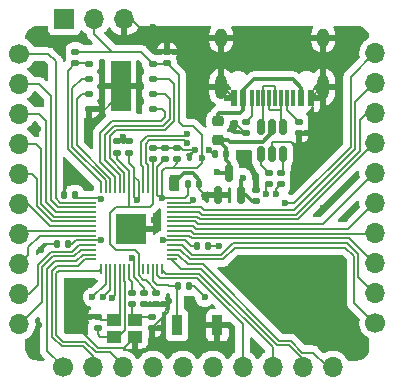
<source format=gbr>
%TF.GenerationSoftware,KiCad,Pcbnew,(6.0.0)*%
%TF.CreationDate,2022-07-10T02:32:02-04:00*%
%TF.ProjectId,EyesOfTomorrow,45796573-4f66-4546-9f6d-6f72726f772e,rev?*%
%TF.SameCoordinates,Original*%
%TF.FileFunction,Copper,L1,Top*%
%TF.FilePolarity,Positive*%
%FSLAX46Y46*%
G04 Gerber Fmt 4.6, Leading zero omitted, Abs format (unit mm)*
G04 Created by KiCad (PCBNEW (6.0.0)) date 2022-07-10 02:32:02*
%MOMM*%
%LPD*%
G01*
G04 APERTURE LIST*
G04 Aperture macros list*
%AMRoundRect*
0 Rectangle with rounded corners*
0 $1 Rounding radius*
0 $2 $3 $4 $5 $6 $7 $8 $9 X,Y pos of 4 corners*
0 Add a 4 corners polygon primitive as box body*
4,1,4,$2,$3,$4,$5,$6,$7,$8,$9,$2,$3,0*
0 Add four circle primitives for the rounded corners*
1,1,$1+$1,$2,$3*
1,1,$1+$1,$4,$5*
1,1,$1+$1,$6,$7*
1,1,$1+$1,$8,$9*
0 Add four rect primitives between the rounded corners*
20,1,$1+$1,$2,$3,$4,$5,0*
20,1,$1+$1,$4,$5,$6,$7,0*
20,1,$1+$1,$6,$7,$8,$9,0*
20,1,$1+$1,$8,$9,$2,$3,0*%
G04 Aperture macros list end*
%TA.AperFunction,SMDPad,CuDef*%
%ADD10R,0.600000X1.450000*%
%TD*%
%TA.AperFunction,SMDPad,CuDef*%
%ADD11R,0.300000X1.450000*%
%TD*%
%TA.AperFunction,ComponentPad*%
%ADD12O,1.000000X1.600000*%
%TD*%
%TA.AperFunction,ComponentPad*%
%ADD13O,1.000000X2.100000*%
%TD*%
%TA.AperFunction,SMDPad,CuDef*%
%ADD14RoundRect,0.147500X-0.172500X0.147500X-0.172500X-0.147500X0.172500X-0.147500X0.172500X0.147500X0*%
%TD*%
%TA.AperFunction,SMDPad,CuDef*%
%ADD15RoundRect,0.147500X-0.147500X-0.172500X0.147500X-0.172500X0.147500X0.172500X-0.147500X0.172500X0*%
%TD*%
%TA.AperFunction,SMDPad,CuDef*%
%ADD16RoundRect,0.147500X0.172500X-0.147500X0.172500X0.147500X-0.172500X0.147500X-0.172500X-0.147500X0*%
%TD*%
%TA.AperFunction,ComponentPad*%
%ADD17C,1.700000*%
%TD*%
%TA.AperFunction,ComponentPad*%
%ADD18O,1.700000X1.700000*%
%TD*%
%TA.AperFunction,SMDPad,CuDef*%
%ADD19RoundRect,0.147500X0.147500X0.172500X-0.147500X0.172500X-0.147500X-0.172500X0.147500X-0.172500X0*%
%TD*%
%TA.AperFunction,SMDPad,CuDef*%
%ADD20RoundRect,0.125000X-0.250000X-0.125000X0.250000X-0.125000X0.250000X0.125000X-0.250000X0.125000X0*%
%TD*%
%TA.AperFunction,SMDPad,CuDef*%
%ADD21R,1.651000X4.280000*%
%TD*%
%TA.AperFunction,SMDPad,CuDef*%
%ADD22R,1.150000X1.000000*%
%TD*%
%TA.AperFunction,SMDPad,CuDef*%
%ADD23RoundRect,0.150000X0.150000X-0.587500X0.150000X0.587500X-0.150000X0.587500X-0.150000X-0.587500X0*%
%TD*%
%TA.AperFunction,SMDPad,CuDef*%
%ADD24R,0.900000X1.700000*%
%TD*%
%TA.AperFunction,ComponentPad*%
%ADD25R,1.700000X1.700000*%
%TD*%
%TA.AperFunction,SMDPad,CuDef*%
%ADD26RoundRect,0.150000X0.150000X-0.512500X0.150000X0.512500X-0.150000X0.512500X-0.150000X-0.512500X0*%
%TD*%
%TA.AperFunction,SMDPad,CuDef*%
%ADD27RoundRect,0.218750X-0.256250X0.218750X-0.256250X-0.218750X0.256250X-0.218750X0.256250X0.218750X0*%
%TD*%
%TA.AperFunction,SMDPad,CuDef*%
%ADD28RoundRect,0.050000X-0.387500X-0.050000X0.387500X-0.050000X0.387500X0.050000X-0.387500X0.050000X0*%
%TD*%
%TA.AperFunction,SMDPad,CuDef*%
%ADD29RoundRect,0.050000X-0.050000X-0.387500X0.050000X-0.387500X0.050000X0.387500X-0.050000X0.387500X0*%
%TD*%
%TA.AperFunction,ComponentPad*%
%ADD30C,0.600000*%
%TD*%
%TA.AperFunction,SMDPad,CuDef*%
%ADD31R,2.550000X2.550000*%
%TD*%
%TA.AperFunction,ViaPad*%
%ADD32C,0.600000*%
%TD*%
%TA.AperFunction,Conductor*%
%ADD33C,0.200000*%
%TD*%
%TA.AperFunction,Conductor*%
%ADD34C,0.300000*%
%TD*%
G04 APERTURE END LIST*
D10*
%TO.P,J0,A1,GND*%
%TO.N,GND*%
X128662500Y-74075489D03*
%TO.P,J0,A4,VBUS*%
%TO.N,vUSB*%
X127862500Y-74075489D03*
D11*
%TO.P,J0,A5,CC1*%
%TO.N,Net-(J0-PadA5)*%
X126662500Y-74075489D03*
%TO.P,J0,A6,D+*%
%TO.N,D+*%
X125662500Y-74075489D03*
%TO.P,J0,A7,D-*%
%TO.N,D-*%
X125162500Y-74075489D03*
%TO.P,J0,A8,SBU1*%
%TO.N,unconnected-(J0-PadA8)*%
X124162500Y-74075489D03*
D10*
%TO.P,J0,A9,VBUS*%
%TO.N,vUSB*%
X122962500Y-74075489D03*
%TO.P,J0,A12,GND*%
%TO.N,GND*%
X122162500Y-74075489D03*
%TO.P,J0,B1,GND*%
X122162500Y-74075489D03*
%TO.P,J0,B4,VBUS*%
%TO.N,vUSB*%
X122962500Y-74075489D03*
D11*
%TO.P,J0,B5,CC2*%
%TO.N,Net-(J0-PadB5)*%
X123662500Y-74075489D03*
%TO.P,J0,B6,D+*%
%TO.N,D+*%
X124662500Y-74075489D03*
%TO.P,J0,B7,D-*%
%TO.N,D-*%
X126162500Y-74075489D03*
%TO.P,J0,B8,SBU2*%
%TO.N,unconnected-(J0-PadB8)*%
X127162500Y-74075489D03*
D10*
%TO.P,J0,B9,VBUS*%
%TO.N,vUSB*%
X127862500Y-74075489D03*
%TO.P,J0,B12,GND*%
%TO.N,GND*%
X128662500Y-74075489D03*
D12*
%TO.P,J0,S1,SHIELD*%
X121092500Y-68980489D03*
X129732500Y-68980489D03*
D13*
X129732500Y-73160489D03*
X121092500Y-73160489D03*
%TD*%
D14*
%TO.P,RF0,1*%
%TO.N,+3V3*%
X108738011Y-70191500D03*
%TO.P,RF0,2*%
%TO.N,CS*%
X108738011Y-71161500D03*
%TD*%
%TO.P,C6,1*%
%TO.N,+3V3*%
X114572761Y-90570500D03*
%TO.P,C6,2*%
%TO.N,GND*%
X114572761Y-91540500D03*
%TD*%
D15*
%TO.P,CP0,1*%
%TO.N,GND*%
X120533300Y-78869689D03*
%TO.P,CP0,2*%
%TO.N,VBUS*%
X121503300Y-78869689D03*
%TD*%
D16*
%TO.P,C0,1*%
%TO.N,+1V1*%
X115334761Y-79285000D03*
%TO.P,C0,2*%
%TO.N,GND*%
X115334761Y-78315000D03*
%TD*%
D17*
%TO.P,J3,1,Pin_1*%
%TO.N,20*%
X134137400Y-93141800D03*
D18*
%TO.P,J3,2,Pin_2*%
%TO.N,21*%
X134137400Y-90601800D03*
%TO.P,J3,3,Pin_3*%
%TO.N,22*%
X134137400Y-88061800D03*
%TO.P,J3,4,Pin_4*%
%TO.N,23*%
X134137400Y-85521800D03*
%TO.P,J3,5,Pin_5*%
%TO.N,24*%
X134137400Y-82981800D03*
%TO.P,J3,6,Pin_6*%
%TO.N,25*%
X134137400Y-80441800D03*
%TO.P,J3,7,Pin_7*%
%TO.N,26{slash}A0*%
X134137400Y-77901800D03*
%TO.P,J3,8,Pin_8*%
%TO.N,27{slash}A1*%
X134137400Y-75361800D03*
%TO.P,J3,9,Pin_9*%
%TO.N,28{slash}A2*%
X134137400Y-72821800D03*
%TO.P,J3,10,Pin_10*%
%TO.N,29{slash}A3*%
X134137400Y-70281800D03*
%TD*%
D16*
%TO.P,C9,1*%
%TO.N,+3V3*%
X117366761Y-79285000D03*
%TO.P,C9,2*%
%TO.N,GND*%
X117366761Y-78315000D03*
%TD*%
%TO.P,CF0,1*%
%TO.N,+3V3*%
X116485011Y-71161500D03*
%TO.P,CF0,2*%
%TO.N,GND*%
X116485011Y-70191500D03*
%TD*%
D19*
%TO.P,RR0,1*%
%TO.N,+3V3*%
X118366400Y-90017600D03*
%TO.P,RR0,2*%
%TO.N,~{RESET}*%
X117396400Y-90017600D03*
%TD*%
D16*
%TO.P,C3,1*%
%TO.N,+3V3*%
X113302761Y-78713500D03*
%TO.P,C3,2*%
%TO.N,GND*%
X113302761Y-77743500D03*
%TD*%
%TO.P,C10,1*%
%TO.N,+3V3*%
X116350761Y-79285000D03*
%TO.P,C10,2*%
%TO.N,GND*%
X116350761Y-78315000D03*
%TD*%
D14*
%TO.P,RX0,1*%
%TO.N,XOUT*%
X113556761Y-90570500D03*
%TO.P,RX0,2*%
%TO.N,XOUT1*%
X113556761Y-91540500D03*
%TD*%
%TO.P,RD1,1*%
%TO.N,DB-*%
X126111000Y-80435739D03*
%TO.P,RD1,2*%
%TO.N,DR-*%
X126111000Y-81405739D03*
%TD*%
D16*
%TO.P,CP1,1*%
%TO.N,+3V3*%
X124015500Y-82834489D03*
%TO.P,CP1,2*%
%TO.N,GND*%
X124015500Y-81864489D03*
%TD*%
D15*
%TO.P,C8,1*%
%TO.N,+3V3*%
X118278761Y-81381600D03*
%TO.P,C8,2*%
%TO.N,GND*%
X119248761Y-81381600D03*
%TD*%
D19*
%TO.P,C5,1*%
%TO.N,+3V3*%
X108158000Y-86487000D03*
%TO.P,C5,2*%
%TO.N,GND*%
X107188000Y-86487000D03*
%TD*%
D14*
%TO.P,RC0,1*%
%TO.N,Net-(J0-PadA5)*%
X127647700Y-76098689D03*
%TO.P,RC0,2*%
%TO.N,GND*%
X127647700Y-77068689D03*
%TD*%
D20*
%TO.P,U2,1,~{CS}*%
%TO.N,CS*%
X109879761Y-71184500D03*
%TO.P,U2,2,DO(IO1)*%
%TO.N,SD1*%
X109879761Y-72454500D03*
%TO.P,U2,3,IO2*%
%TO.N,SD2*%
X109879761Y-73724500D03*
%TO.P,U2,4,GND*%
%TO.N,GND*%
X109879761Y-74994500D03*
%TO.P,U2,5,DI(IO0)*%
%TO.N,SD0*%
X115279761Y-74994500D03*
%TO.P,U2,6,CLK*%
%TO.N,CLOCK*%
X115279761Y-73724500D03*
%TO.P,U2,7,IO3*%
%TO.N,SD3*%
X115279761Y-72454500D03*
%TO.P,U2,8,VCC*%
%TO.N,+3V3*%
X115279761Y-71184500D03*
D21*
%TO.P,U2,9,EP*%
%TO.N,GND*%
X112579761Y-73089500D03*
%TD*%
D17*
%TO.P,J1,1,Pin_1*%
%TO.N,0*%
X104006250Y-70356250D03*
D18*
%TO.P,J1,2,Pin_2*%
%TO.N,1*%
X104006250Y-72896250D03*
%TO.P,J1,3,Pin_3*%
%TO.N,2*%
X104006250Y-75436250D03*
%TO.P,J1,4,Pin_4*%
%TO.N,3*%
X104006250Y-77976250D03*
%TO.P,J1,5,Pin_5*%
%TO.N,4*%
X104006250Y-80516250D03*
%TO.P,J1,6,Pin_6*%
%TO.N,5*%
X104006250Y-83056250D03*
%TO.P,J1,7,Pin_7*%
%TO.N,6*%
X104006250Y-85596250D03*
%TO.P,J1,8,Pin_8*%
%TO.N,7*%
X104006250Y-88136250D03*
%TO.P,J1,9,Pin_9*%
%TO.N,8*%
X104006250Y-90676250D03*
%TO.P,J1,10,Pin_10*%
%TO.N,9*%
X104006250Y-93216250D03*
%TD*%
D22*
%TO.P,Y0,1,1*%
%TO.N,XIN*%
X112046761Y-94295500D03*
%TO.P,Y0,2,2*%
%TO.N,GND*%
X113796761Y-94295500D03*
%TO.P,Y0,3,3*%
%TO.N,XOUT1*%
X113796761Y-92895500D03*
%TO.P,Y0,4,4*%
%TO.N,GND*%
X112046761Y-92895500D03*
%TD*%
D19*
%TO.P,C4,1*%
%TO.N,+3V3*%
X108707761Y-82292500D03*
%TO.P,C4,2*%
%TO.N,GND*%
X107737761Y-82292500D03*
%TD*%
D23*
%TO.P,U1,1,GND*%
%TO.N,GND*%
X120830300Y-82296389D03*
%TO.P,U1,2,VO*%
%TO.N,+3V3*%
X122730300Y-82296389D03*
%TO.P,U1,3,VI*%
%TO.N,VBUS*%
X121780300Y-80421389D03*
%TD*%
D16*
%TO.P,RC1,1*%
%TO.N,GND*%
X123177300Y-77068689D03*
%TO.P,RC1,2*%
%TO.N,Net-(J0-PadB5)*%
X123177300Y-76098689D03*
%TD*%
D24*
%TO.P,S1,1,A*%
%TO.N,GND*%
X120749800Y-93345000D03*
%TO.P,S1,2,B*%
%TO.N,~{RESET}*%
X117349800Y-93345000D03*
%TD*%
D14*
%TO.P,CX0,1*%
%TO.N,XOUT1*%
X115207761Y-92602500D03*
%TO.P,CX0,2*%
%TO.N,GND*%
X115207761Y-93572500D03*
%TD*%
D25*
%TO.P,J4,1,Pin_1*%
%TO.N,VBUS*%
X107806250Y-67443750D03*
D18*
%TO.P,J4,2,Pin_2*%
%TO.N,+3V3*%
X110346250Y-67443750D03*
%TO.P,J4,3,Pin_3*%
%TO.N,GND*%
X112886250Y-67443750D03*
%TD*%
D14*
%TO.P,C2,1*%
%TO.N,+1V1*%
X115588761Y-90570500D03*
%TO.P,C2,2*%
%TO.N,GND*%
X115588761Y-91540500D03*
%TD*%
%TO.P,RD0,1*%
%TO.N,DB+*%
X125095000Y-80435739D03*
%TO.P,RD0,2*%
%TO.N,DR+*%
X125095000Y-81405739D03*
%TD*%
D17*
%TO.P,J2,1,Pin_1*%
%TO.N,10*%
X107662500Y-96850200D03*
D18*
%TO.P,J2,2,Pin_2*%
%TO.N,11*%
X110202500Y-96850200D03*
%TO.P,J2,3,Pin_3*%
%TO.N,12*%
X112742500Y-96850200D03*
%TO.P,J2,4,Pin_4*%
%TO.N,13*%
X115282500Y-96850200D03*
%TO.P,J2,5,Pin_5*%
%TO.N,14*%
X117822500Y-96850200D03*
%TO.P,J2,6,Pin_6*%
%TO.N,15*%
X120362500Y-96850200D03*
%TO.P,J2,7,Pin_7*%
%TO.N,16*%
X122902500Y-96850200D03*
%TO.P,J2,8,Pin_8*%
%TO.N,17*%
X125442500Y-96850200D03*
%TO.P,J2,9,Pin_9*%
%TO.N,18*%
X127982500Y-96850200D03*
%TO.P,J2,10,Pin_10*%
%TO.N,19*%
X130522500Y-96850200D03*
%TD*%
D26*
%TO.P,U3,1,I/O1*%
%TO.N,DB+*%
X124462500Y-78838789D03*
%TO.P,U3,2,GND*%
%TO.N,GND*%
X125412500Y-78838789D03*
%TO.P,U3,3,I/O2*%
%TO.N,DB-*%
X126362500Y-78838789D03*
%TO.P,U3,4,I/O2*%
%TO.N,D-*%
X126362500Y-76563789D03*
%TO.P,U3,5,VBUS*%
%TO.N,VBUS*%
X125412500Y-76563789D03*
%TO.P,U3,6,I/O1*%
%TO.N,D+*%
X124462500Y-76563789D03*
%TD*%
D27*
%TO.P,F0,1*%
%TO.N,vUSB*%
X120815100Y-76050189D03*
%TO.P,F0,2*%
%TO.N,VBUS*%
X120815100Y-77625189D03*
%TD*%
D16*
%TO.P,C1,1*%
%TO.N,+1V1*%
X112286761Y-78713500D03*
%TO.P,C1,2*%
%TO.N,GND*%
X112286761Y-77743500D03*
%TD*%
D15*
%TO.P,C7,1*%
%TO.N,+3V3*%
X119022000Y-86614000D03*
%TO.P,C7,2*%
%TO.N,GND*%
X119992000Y-86614000D03*
%TD*%
D14*
%TO.P,CX1,1*%
%TO.N,GND*%
X110635761Y-92602500D03*
%TO.P,CX1,2*%
%TO.N,XIN*%
X110635761Y-93572500D03*
%TD*%
D28*
%TO.P,U0,1,IOVDD*%
%TO.N,+3V3*%
X110055761Y-82550000D03*
%TO.P,U0,2,GPIO0*%
%TO.N,0*%
X110055761Y-82950000D03*
%TO.P,U0,3,GPIO1*%
%TO.N,1*%
X110055761Y-83350000D03*
%TO.P,U0,4,GPIO2*%
%TO.N,2*%
X110055761Y-83750000D03*
%TO.P,U0,5,GPIO3*%
%TO.N,3*%
X110055761Y-84150000D03*
%TO.P,U0,6,GPIO4*%
%TO.N,4*%
X110055761Y-84550000D03*
%TO.P,U0,7,GPIO5*%
%TO.N,5*%
X110055761Y-84950000D03*
%TO.P,U0,8,GPIO6*%
%TO.N,6*%
X110055761Y-85350000D03*
%TO.P,U0,9,GPIO7*%
%TO.N,7*%
X110055761Y-85750000D03*
%TO.P,U0,10,IOVDD*%
%TO.N,+3V3*%
X110055761Y-86150000D03*
%TO.P,U0,11,GPIO8*%
%TO.N,8*%
X110055761Y-86550000D03*
%TO.P,U0,12,GPIO9*%
%TO.N,9*%
X110055761Y-86950000D03*
%TO.P,U0,13,GPIO10*%
%TO.N,10*%
X110055761Y-87350000D03*
%TO.P,U0,14,GPIO11*%
%TO.N,11*%
X110055761Y-87750000D03*
D29*
%TO.P,U0,15,GPIO12*%
%TO.N,12*%
X110893261Y-88587500D03*
%TO.P,U0,16,GPIO13*%
%TO.N,13*%
X111293261Y-88587500D03*
%TO.P,U0,17,GPIO14*%
%TO.N,14*%
X111693261Y-88587500D03*
%TO.P,U0,18,GPIO15*%
%TO.N,15*%
X112093261Y-88587500D03*
%TO.P,U0,19,TESTEN*%
%TO.N,GND*%
X112493261Y-88587500D03*
%TO.P,U0,20,XIN*%
%TO.N,XIN*%
X112893261Y-88587500D03*
%TO.P,U0,21,XOUT*%
%TO.N,XOUT*%
X113293261Y-88587500D03*
%TO.P,U0,22,IOVDD*%
%TO.N,+3V3*%
X113693261Y-88587500D03*
%TO.P,U0,23,DVDD*%
%TO.N,+1V1*%
X114093261Y-88587500D03*
%TO.P,U0,24,SWCLK*%
%TO.N,unconnected-(U0-Pad24)*%
X114493261Y-88587500D03*
%TO.P,U0,25,SWDIO*%
%TO.N,unconnected-(U0-Pad25)*%
X114893261Y-88587500D03*
%TO.P,U0,26,RUN*%
%TO.N,~{RESET}*%
X115293261Y-88587500D03*
%TO.P,U0,27,GPIO16*%
%TO.N,16*%
X115693261Y-88587500D03*
%TO.P,U0,28,GPIO17*%
%TO.N,17*%
X116093261Y-88587500D03*
D28*
%TO.P,U0,29,GPIO18*%
%TO.N,18*%
X116930761Y-87750000D03*
%TO.P,U0,30,GPIO19*%
%TO.N,19*%
X116930761Y-87350000D03*
%TO.P,U0,31,GPIO20*%
%TO.N,20*%
X116930761Y-86950000D03*
%TO.P,U0,32,GPIO21*%
%TO.N,21*%
X116930761Y-86550000D03*
%TO.P,U0,33,IOVDD*%
%TO.N,+3V3*%
X116930761Y-86150000D03*
%TO.P,U0,34,GPIO22*%
%TO.N,22*%
X116930761Y-85750000D03*
%TO.P,U0,35,GPIO23*%
%TO.N,23*%
X116930761Y-85350000D03*
%TO.P,U0,36,GPIO24*%
%TO.N,24*%
X116930761Y-84950000D03*
%TO.P,U0,37,GPIO25*%
%TO.N,25*%
X116930761Y-84550000D03*
%TO.P,U0,38,GPIO26/ADC0*%
%TO.N,26{slash}A0*%
X116930761Y-84150000D03*
%TO.P,U0,39,GPIO27/ADC1*%
%TO.N,27{slash}A1*%
X116930761Y-83750000D03*
%TO.P,U0,40,GPIO28/ADC2*%
%TO.N,28{slash}A2*%
X116930761Y-83350000D03*
%TO.P,U0,41,GPIO29/ADC3*%
%TO.N,29{slash}A3*%
X116930761Y-82950000D03*
%TO.P,U0,42,IOVDD*%
%TO.N,+3V3*%
X116930761Y-82550000D03*
D29*
%TO.P,U0,43,ADC_AVDD*%
X116093261Y-81712500D03*
%TO.P,U0,44,VREG_VIN*%
X115693261Y-81712500D03*
%TO.P,U0,45,VREG_VOUT*%
%TO.N,+1V1*%
X115293261Y-81712500D03*
%TO.P,U0,46,USB_DM*%
%TO.N,DR-*%
X114893261Y-81712500D03*
%TO.P,U0,47,USB_DP*%
%TO.N,DR+*%
X114493261Y-81712500D03*
%TO.P,U0,48,USB_VDD*%
%TO.N,+3V3*%
X114093261Y-81712500D03*
%TO.P,U0,49,IOVDD*%
X113693261Y-81712500D03*
%TO.P,U0,50,DVDD*%
%TO.N,+1V1*%
X113293261Y-81712500D03*
%TO.P,U0,51,QSPI_SD3*%
%TO.N,SD3*%
X112893261Y-81712500D03*
%TO.P,U0,52,QSPI_SCLK*%
%TO.N,CLOCK*%
X112493261Y-81712500D03*
%TO.P,U0,53,QSPI_SD0*%
%TO.N,SD0*%
X112093261Y-81712500D03*
%TO.P,U0,54,QSPI_SD2*%
%TO.N,SD2*%
X111693261Y-81712500D03*
%TO.P,U0,55,QSPI_SD1*%
%TO.N,SD1*%
X111293261Y-81712500D03*
%TO.P,U0,56,QSPI_SS_N*%
%TO.N,CS*%
X110893261Y-81712500D03*
D30*
%TO.P,U0,57,GND*%
%TO.N,GND*%
X113493261Y-85150000D03*
D31*
X113493261Y-85150000D03*
%TD*%
D32*
%TO.N,GND*%
X106680000Y-69596000D03*
X105791000Y-86995000D03*
X110127761Y-76196500D03*
X119062500Y-74612500D03*
X105537000Y-74168000D03*
X123952000Y-94996000D03*
X117297200Y-81127600D03*
X112776000Y-77431000D03*
X118831300Y-78536800D03*
X123240800Y-78943200D03*
X105537000Y-76708000D03*
X108407200Y-80695800D03*
X119735600Y-82296000D03*
X105537000Y-71628000D03*
X119049800Y-93345000D03*
X120030300Y-78516561D03*
X129667000Y-83439000D03*
X131572000Y-84328000D03*
X116681250Y-91281250D03*
X115334761Y-68053239D03*
X108743750Y-92868750D03*
X130556000Y-93218000D03*
X122237500Y-76200000D03*
X115366800Y-84404200D03*
X127793750Y-79375000D03*
X120904000Y-86614000D03*
X105664000Y-93345000D03*
%TO.N,+3V3*%
X110898187Y-86108209D03*
X119430800Y-79146400D03*
X116096761Y-82546500D03*
X113937761Y-82725989D03*
X116118868Y-86149058D03*
X113493761Y-87671511D03*
X110933314Y-82651407D03*
X119684800Y-90957400D03*
X122910600Y-80848200D03*
%TO.N,VBUS*%
X120726200Y-80391000D03*
%TO.N,DR+*%
X118186200Y-77117558D03*
X124917200Y-82245200D03*
%TO.N,DR-*%
X118186200Y-77917061D03*
X125716064Y-82213245D03*
%TO.N,13*%
X110185200Y-90957400D03*
%TO.N,14*%
X111048800Y-90957400D03*
%TO.N,15*%
X111861600Y-91008200D03*
%TO.N,29{slash}A3*%
X118668800Y-82750500D03*
X126492000Y-82982380D03*
%TD*%
D33*
%TO.N,+1V1*%
X115293261Y-81712500D02*
X115293261Y-83096000D01*
X114505466Y-89531500D02*
X114699761Y-89531500D01*
X115063772Y-83325489D02*
X113539772Y-83325489D01*
X113793772Y-86974511D02*
X112168750Y-86974511D01*
X115293261Y-79326500D02*
X115334761Y-79285000D01*
X112286761Y-79244500D02*
X112286761Y-78713500D01*
X114093261Y-87274000D02*
X113793772Y-86974511D01*
X111668750Y-86474511D02*
X111668750Y-83825489D01*
X113293261Y-83297873D02*
X113293261Y-81712500D01*
X111668750Y-83825489D02*
X112068803Y-83425436D01*
X115588761Y-90420500D02*
X115588761Y-90570500D01*
X115293261Y-81712500D02*
X115293261Y-79326500D01*
X113293261Y-81712500D02*
X113293261Y-80251000D01*
X113293261Y-80251000D02*
X112286761Y-79244500D01*
X113539772Y-83325489D02*
X113265645Y-83325489D01*
X114093261Y-88587500D02*
X114093261Y-87274000D01*
X112168750Y-83325489D02*
X112068803Y-83425436D01*
X114699761Y-89531500D02*
X115588761Y-90420500D01*
X115293261Y-83096000D02*
X115063772Y-83325489D01*
X114093261Y-89119295D02*
X114505466Y-89531500D01*
X113539772Y-83325489D02*
X112168750Y-83325489D01*
X114093261Y-88587500D02*
X114093261Y-89119295D01*
X112168750Y-86974511D02*
X111668750Y-86474511D01*
%TO.N,GND*%
X121092500Y-73160489D02*
X121092500Y-68980489D01*
X123106189Y-77068689D02*
X122237500Y-76200000D01*
X113796761Y-94295500D02*
X112860781Y-95231480D01*
X115207761Y-93572500D02*
X116600289Y-92179972D01*
X117886572Y-78516572D02*
X118811072Y-78516572D01*
X120138500Y-86614000D02*
X120904000Y-86614000D01*
X119248761Y-81809161D02*
X119735600Y-82296000D01*
X125412500Y-78838789D02*
X125412500Y-77787500D01*
X129577500Y-73160489D02*
X128662500Y-74075489D01*
X118811072Y-78516572D02*
X118831300Y-78536800D01*
X107188000Y-86487000D02*
X106299000Y-86487000D01*
X112883500Y-77538500D02*
X112776000Y-77431000D01*
X109010000Y-92602500D02*
X108743750Y-92868750D01*
X127793750Y-78581250D02*
X127793750Y-79375000D01*
X110635761Y-92602500D02*
X109010000Y-92602500D01*
X112883500Y-77743500D02*
X112883500Y-77538500D01*
X106299000Y-86487000D02*
X105791000Y-86995000D01*
D34*
X117297200Y-81127600D02*
X117968780Y-80456020D01*
D33*
X112046761Y-92895500D02*
X110928761Y-92895500D01*
X127000000Y-77787500D02*
X127793750Y-78581250D01*
X115334761Y-78315000D02*
X117366761Y-78315000D01*
X114140961Y-68053239D02*
X113656492Y-67568770D01*
X112493261Y-88587500D02*
X112493261Y-92449000D01*
X110928761Y-92895500D02*
X110635761Y-92602500D01*
D34*
X117968780Y-80456020D02*
X118708420Y-80456020D01*
D33*
X115334761Y-69846500D02*
X115334761Y-68053239D01*
X112643261Y-73099500D02*
X112643261Y-73681000D01*
X121247500Y-73160489D02*
X122162500Y-74075489D01*
X113656492Y-67568770D02*
X112886250Y-67568770D01*
X109879761Y-75948500D02*
X110127761Y-76196500D01*
X120383428Y-78869689D02*
X120030300Y-78516561D01*
X120533300Y-78869689D02*
X120383428Y-78869689D01*
X109879761Y-74994500D02*
X109879761Y-75948500D01*
X116485011Y-70191500D02*
X115679761Y-70191500D01*
X112286761Y-77743500D02*
X112883500Y-77743500D01*
X115679761Y-70191500D02*
X115334761Y-69846500D01*
X117366761Y-78315000D02*
X117685000Y-78315000D01*
X110655486Y-95231480D02*
X108743750Y-93319744D01*
X112860781Y-95231480D02*
X110655486Y-95231480D01*
X112493261Y-92449000D02*
X112046761Y-92895500D01*
X112643261Y-73681000D02*
X110127761Y-76196500D01*
X117685000Y-78315000D02*
X117886572Y-78516572D01*
X112883500Y-77743500D02*
X113302761Y-77743500D01*
X125412500Y-77787500D02*
X127000000Y-77787500D01*
X116600289Y-92179972D02*
X116600289Y-91362211D01*
X129732500Y-68980489D02*
X129732500Y-73160489D01*
X129732500Y-73160489D02*
X129577500Y-73160489D01*
X108743750Y-93319744D02*
X108743750Y-92868750D01*
X121092500Y-73160489D02*
X121247500Y-73160489D01*
D34*
X119248761Y-80996361D02*
X119248761Y-81381600D01*
D33*
X115334761Y-68053239D02*
X114140961Y-68053239D01*
X123177300Y-77068689D02*
X123106189Y-77068689D01*
D34*
X118708420Y-80456020D02*
X119248761Y-80996361D01*
D33*
X116600289Y-91362211D02*
X116681250Y-91281250D01*
X119248761Y-81381600D02*
X119248761Y-81809161D01*
%TO.N,+3V3*%
X116096761Y-82546500D02*
X116927261Y-82546500D01*
D34*
X122730300Y-82296389D02*
X122730300Y-81028500D01*
D33*
X119002500Y-80006500D02*
X119430800Y-79578200D01*
X118366400Y-90017600D02*
X118745000Y-90017600D01*
X116096761Y-81716000D02*
X116093261Y-81712500D01*
X110898187Y-86108209D02*
X110856396Y-86150000D01*
X119430800Y-79146400D02*
X119430800Y-77216000D01*
X118668800Y-76454000D02*
X117881400Y-76454000D01*
X116985761Y-80006500D02*
X116836500Y-80006500D01*
X113693261Y-81712500D02*
X113693261Y-80759000D01*
X119430800Y-77216000D02*
X118668800Y-76454000D01*
X113493761Y-87671511D02*
X113693261Y-87871011D01*
X110933314Y-82651407D02*
X110831907Y-82550000D01*
X108965261Y-82550000D02*
X108707761Y-82292500D01*
X116119810Y-86150000D02*
X116930761Y-86150000D01*
X113693261Y-82481489D02*
X113937761Y-82725989D01*
X115693261Y-79942500D02*
X116350761Y-79285000D01*
X114093261Y-81712500D02*
X114093261Y-82570489D01*
X114286761Y-70191500D02*
X111872900Y-70191500D01*
X116093261Y-80264000D02*
X116093261Y-81712500D01*
X113693261Y-89284301D02*
X113693261Y-88587500D01*
X116927261Y-82546500D02*
X116930761Y-82550000D01*
X114093261Y-81712500D02*
X114093261Y-81159000D01*
X118278761Y-82292500D02*
X118278761Y-81381600D01*
X118021261Y-82550000D02*
X118278761Y-82292500D01*
X110831907Y-82550000D02*
X110055761Y-82550000D01*
D34*
X123149600Y-82296389D02*
X122730300Y-82296389D01*
D33*
X115969761Y-82546500D02*
X115693261Y-82270000D01*
X116462011Y-71184500D02*
X116485011Y-71161500D01*
X114572761Y-90163801D02*
X113693261Y-89284301D01*
X113693261Y-80759000D02*
X113693261Y-80016000D01*
X119430800Y-79578200D02*
X119430800Y-79146400D01*
X116118868Y-86149058D02*
X116119810Y-86150000D01*
X119022000Y-86614000D02*
X118491000Y-86614000D01*
X117512280Y-72188770D02*
X116485011Y-71161500D01*
X110755300Y-70191500D02*
X108738011Y-70191500D01*
X116096761Y-82546500D02*
X115969761Y-82546500D01*
X115279761Y-71184500D02*
X114286761Y-70191500D01*
X117512280Y-76084880D02*
X117512280Y-72188770D01*
X108450261Y-86487000D02*
X108787261Y-86150000D01*
X118491000Y-86614000D02*
X118027000Y-86150000D01*
X116350761Y-80006500D02*
X116093261Y-80264000D01*
X114572761Y-90570500D02*
X114572761Y-90163801D01*
D34*
X123687700Y-82834489D02*
X123149600Y-82296389D01*
X122730300Y-81028500D02*
X122910600Y-80848200D01*
D33*
X115693261Y-82270000D02*
X115693261Y-81712500D01*
D34*
X124015500Y-82834489D02*
X123687700Y-82834489D01*
D33*
X111872900Y-70191500D02*
X110755300Y-70191500D01*
X117881400Y-76454000D02*
X117512280Y-76084880D01*
X115279761Y-71184500D02*
X116462011Y-71184500D01*
X116836500Y-80006500D02*
X119002500Y-80006500D01*
X111872900Y-70191500D02*
X110346250Y-68664850D01*
X113302761Y-78713500D02*
X113302761Y-79625500D01*
X117366761Y-79625500D02*
X116985761Y-80006500D01*
X108787261Y-86150000D02*
X110055761Y-86150000D01*
X110346250Y-68664850D02*
X110346250Y-67568770D01*
X116096761Y-82546500D02*
X116096761Y-81716000D01*
X117366761Y-79285000D02*
X117366761Y-79625500D01*
X110055761Y-82550000D02*
X108965261Y-82550000D01*
X116836500Y-80006500D02*
X116350761Y-80006500D01*
X114093261Y-81159000D02*
X113693261Y-80759000D01*
X113693261Y-80016000D02*
X113302761Y-79625500D01*
X114093261Y-82570489D02*
X113937761Y-82725989D01*
X113693261Y-81712500D02*
X113693261Y-82481489D01*
X108158000Y-86487000D02*
X108450261Y-86487000D01*
X110856396Y-86150000D02*
X110055761Y-86150000D01*
X116930761Y-86150000D02*
X118027000Y-86150000D01*
X115693261Y-81712500D02*
X115693261Y-79942500D01*
X118745000Y-90017600D02*
X119684800Y-90957400D01*
X113693261Y-87871011D02*
X113693261Y-88587500D01*
X116930761Y-82550000D02*
X118021261Y-82550000D01*
D34*
%TO.N,VBUS*%
X121503300Y-78313389D02*
X121503300Y-78869689D01*
X121780300Y-80421389D02*
X120756589Y-80421389D01*
X120756589Y-80421389D02*
X120726200Y-80391000D01*
X125412500Y-76982716D02*
X124592327Y-77802889D01*
X125412500Y-76563789D02*
X125412500Y-76982716D01*
X121780300Y-79606289D02*
X121780300Y-80421389D01*
X120815100Y-77625189D02*
X121503300Y-78313389D01*
X121678800Y-77625189D02*
X120815100Y-77625189D01*
X124592327Y-77802889D02*
X121856500Y-77802889D01*
X121503300Y-79329289D02*
X121780300Y-79606289D01*
X121503300Y-78869689D02*
X121503300Y-79329289D01*
X121856500Y-77802889D02*
X121678800Y-77625189D01*
D33*
%TO.N,XOUT1*%
X115207761Y-92602500D02*
X114089761Y-92602500D01*
X113556761Y-92655500D02*
X113796761Y-92895500D01*
X113556761Y-91540500D02*
X113556761Y-92655500D01*
X114089761Y-92602500D02*
X113796761Y-92895500D01*
%TO.N,XIN*%
X112046761Y-94295500D02*
X112320783Y-94295500D01*
X112921272Y-89658011D02*
X112893261Y-89630000D01*
X112893261Y-89630000D02*
X112893261Y-88587500D01*
X110635761Y-94103500D02*
X110635761Y-93572500D01*
X112046761Y-94295500D02*
X110827761Y-94295500D01*
X112320783Y-94295500D02*
X112921272Y-93695011D01*
X110827761Y-94295500D02*
X110635761Y-94103500D01*
X112921272Y-93695011D02*
X112921272Y-89658011D01*
D34*
%TO.N,vUSB*%
X122949800Y-74088189D02*
X122962500Y-74075489D01*
X122949800Y-75100489D02*
X122949800Y-74088189D01*
X123865941Y-72501459D02*
X122962500Y-73404900D01*
X122949800Y-75100489D02*
X122685800Y-75364489D01*
X127162492Y-72501459D02*
X123865941Y-72501459D01*
X127862500Y-73215118D02*
X127862500Y-74075489D01*
X127162492Y-72501459D02*
X127162492Y-72515110D01*
X122962500Y-73404900D02*
X122962500Y-74075489D01*
X122685800Y-75364489D02*
X120942100Y-75364489D01*
X127162492Y-72515110D02*
X127862500Y-73215118D01*
X120942100Y-75364489D02*
X120815100Y-75491489D01*
X120815100Y-75491489D02*
X120815100Y-76050189D01*
D33*
%TO.N,D+*%
X124462500Y-76215572D02*
X124662500Y-76015572D01*
X125612011Y-73050978D02*
X125662500Y-73101467D01*
X124712989Y-73050978D02*
X125612011Y-73050978D01*
X124462500Y-76563789D02*
X124462500Y-76215572D01*
X124662500Y-73101467D02*
X124712989Y-73050978D01*
X125662500Y-73101467D02*
X125662500Y-74075489D01*
X124662500Y-74075489D02*
X124662500Y-73101467D01*
X124662500Y-76015572D02*
X124662500Y-74075489D01*
%TO.N,D-*%
X126112011Y-75100000D02*
X126162500Y-75049511D01*
X125212989Y-75100000D02*
X126112011Y-75100000D01*
X125162500Y-74075489D02*
X125162500Y-75049511D01*
X126162500Y-74075489D02*
X126162500Y-76363789D01*
X126162500Y-75049511D02*
X126162500Y-74075489D01*
X126162500Y-76363789D02*
X126362500Y-76563789D01*
X125162500Y-75049511D02*
X125212989Y-75100000D01*
%TO.N,DB+*%
X124462500Y-79803239D02*
X124462500Y-78838789D01*
X125095000Y-80435739D02*
X124462500Y-79803239D01*
%TO.N,DR+*%
X124917200Y-81583539D02*
X125095000Y-81405739D01*
X114291522Y-79758948D02*
X114291522Y-77792333D01*
X124917200Y-82245200D02*
X124917200Y-81583539D01*
X114291522Y-77792333D02*
X114794913Y-77288942D01*
X114794914Y-77288941D02*
X118014817Y-77288941D01*
X114493261Y-81712500D02*
X114493261Y-79960687D01*
X114493261Y-79960687D02*
X114291522Y-79758948D01*
X118014817Y-77288941D02*
X118186200Y-77117558D01*
X114794913Y-77288942D02*
X114794914Y-77288941D01*
%TO.N,DB-*%
X126362500Y-78838789D02*
X126362500Y-80184239D01*
X126362500Y-80184239D02*
X126111000Y-80435739D01*
%TO.N,DR-*%
X114960400Y-77688461D02*
X117957600Y-77688461D01*
X117957600Y-77688461D02*
X118186200Y-77917061D01*
X114691041Y-79593461D02*
X114691041Y-78663702D01*
X125716064Y-82213245D02*
X125716064Y-81800675D01*
X114893261Y-81712500D02*
X114893261Y-79805722D01*
X114893261Y-79805722D02*
X114893261Y-79795681D01*
X114893261Y-79795681D02*
X114691041Y-79593461D01*
X114691041Y-77957820D02*
X114960400Y-77688461D01*
X114691041Y-78663702D02*
X114691041Y-77957820D01*
X125716064Y-81800675D02*
X126111000Y-81405739D01*
%TO.N,CS*%
X108077242Y-71822269D02*
X108738011Y-71161500D01*
X108738011Y-71161500D02*
X109856761Y-71161500D01*
X109856761Y-71161500D02*
X109879761Y-71184500D01*
X110893261Y-81712500D02*
X110893261Y-81241036D01*
X110893261Y-81241036D02*
X108077242Y-78425017D01*
X108077242Y-78425017D02*
X108077242Y-71822269D01*
%TO.N,~{RESET}*%
X117349800Y-90064200D02*
X117396400Y-90017600D01*
X117396400Y-90017600D02*
X116662200Y-90017600D01*
X117349800Y-93345000D02*
X117349800Y-90064200D01*
X115674667Y-89941400D02*
X115293261Y-89559994D01*
X115293261Y-89559994D02*
X115293261Y-88587500D01*
X116662200Y-90017600D02*
X116584466Y-89939866D01*
X116584466Y-89939866D02*
X116582932Y-89941400D01*
X116582932Y-89941400D02*
X115674667Y-89941400D01*
%TO.N,XOUT*%
X113556761Y-89712807D02*
X113556761Y-90570500D01*
X113293261Y-88587500D02*
X113293261Y-89449307D01*
X113293261Y-89449307D02*
X113556761Y-89712807D01*
%TO.N,0*%
X110055761Y-82950000D02*
X107443080Y-82950000D01*
X106424250Y-70356250D02*
X104081270Y-70356250D01*
X107061000Y-82567920D02*
X107061000Y-70993000D01*
X107443080Y-82950000D02*
X107061000Y-82567920D01*
X107061000Y-70993000D02*
X106424250Y-70356250D01*
%TO.N,1*%
X107278074Y-83350000D02*
X106661480Y-82733406D01*
X106661480Y-73914000D02*
X105643730Y-72896250D01*
X110055761Y-83350000D02*
X107278074Y-83350000D01*
X106661480Y-82733406D02*
X106661480Y-73914000D01*
X105643730Y-72896250D02*
X104081270Y-72896250D01*
%TO.N,2*%
X110055761Y-83750000D02*
X107113068Y-83750000D01*
X106261960Y-76073000D02*
X105625210Y-75436250D01*
X107113068Y-83750000D02*
X106261960Y-82898892D01*
X105625210Y-75436250D02*
X104081270Y-75436250D01*
X106261960Y-82898892D02*
X106261960Y-76073000D01*
%TO.N,3*%
X105862440Y-78430440D02*
X105408250Y-77976250D01*
X105862440Y-83064378D02*
X105862440Y-78430440D01*
X106948062Y-84150000D02*
X105862440Y-83064378D01*
X105408250Y-77976250D02*
X104081270Y-77976250D01*
X110055761Y-84150000D02*
X106948062Y-84150000D01*
%TO.N,4*%
X106783056Y-84550000D02*
X105462920Y-83229864D01*
X110055761Y-84550000D02*
X106783056Y-84550000D01*
X105462920Y-80951920D02*
X105027250Y-80516250D01*
X105462920Y-83229864D02*
X105462920Y-80951920D01*
X105027250Y-80516250D02*
X104081270Y-80516250D01*
%TO.N,5*%
X106618050Y-84950000D02*
X104724300Y-83056250D01*
X110055761Y-84950000D02*
X106618050Y-84950000D01*
X104724300Y-83056250D02*
X104081270Y-83056250D01*
%TO.N,6*%
X104327520Y-85350000D02*
X104081270Y-85596250D01*
X110055761Y-85350000D02*
X104327520Y-85350000D01*
%TO.N,7*%
X110055761Y-85750000D02*
X105766000Y-85750000D01*
X104770750Y-87371750D02*
X104081270Y-88061230D01*
X104081270Y-88061230D02*
X104081270Y-88136250D01*
X104770750Y-86745250D02*
X104770750Y-87371750D01*
X105766000Y-85750000D02*
X104770750Y-86745250D01*
%TO.N,8*%
X106664520Y-87106520D02*
X105537000Y-88234040D01*
X104776750Y-90676250D02*
X104081270Y-90676250D01*
X109030000Y-86550000D02*
X109030000Y-86567181D01*
X110055761Y-86550000D02*
X109030000Y-86550000D01*
X105537000Y-89916000D02*
X104776750Y-90676250D01*
X109030000Y-86567181D02*
X108490661Y-87106520D01*
X108490661Y-87106520D02*
X106664520Y-87106520D01*
X105537000Y-88234040D02*
X105537000Y-89916000D01*
%TO.N,9*%
X105936520Y-88399526D02*
X105936520Y-91361000D01*
X105936520Y-91361000D02*
X104081270Y-93216250D01*
X109212187Y-86950000D02*
X108656147Y-87506040D01*
X106830006Y-87506040D02*
X105936520Y-88399526D01*
X110055761Y-86950000D02*
X109212187Y-86950000D01*
X108656147Y-87506040D02*
X106830006Y-87506040D01*
%TO.N,10*%
X106336040Y-95486040D02*
X107587480Y-96737480D01*
X106336040Y-88565012D02*
X106336040Y-95486040D01*
X106995492Y-87905560D02*
X106336040Y-88565012D01*
X108821633Y-87905560D02*
X106995492Y-87905560D01*
X110055761Y-87350000D02*
X109377193Y-87350000D01*
X107587480Y-96737480D02*
X107662500Y-96737480D01*
X109377193Y-87350000D02*
X108821633Y-87905560D01*
%TO.N,11*%
X106735560Y-94289560D02*
X107569000Y-95123000D01*
X107160978Y-88305080D02*
X106735560Y-88730498D01*
X109542199Y-87750000D02*
X108987119Y-88305080D01*
X110055761Y-87750000D02*
X109542199Y-87750000D01*
X107569000Y-95123000D02*
X109347000Y-95123000D01*
X109347000Y-95123000D02*
X110202500Y-95978500D01*
X110202500Y-95978500D02*
X110202500Y-96737480D01*
X106735560Y-88730498D02*
X106735560Y-94289560D01*
X108987119Y-88305080D02*
X107160978Y-88305080D01*
%TO.N,12*%
X109582481Y-94723481D02*
X110490000Y-95631000D01*
X111636020Y-95631000D02*
X112742500Y-96737480D01*
X107326464Y-88704600D02*
X107135080Y-88895984D01*
X110490000Y-95631000D02*
X111636020Y-95631000D01*
X107135080Y-88895984D02*
X107135080Y-94124074D01*
X110776161Y-88704600D02*
X107326464Y-88704600D01*
X107734486Y-94723480D02*
X109582481Y-94723481D01*
X107135080Y-94124074D02*
X107734486Y-94723480D01*
X110893261Y-88587500D02*
X110776161Y-88704600D01*
%TO.N,13*%
X111293261Y-88587500D02*
X111293261Y-89849339D01*
X111293261Y-89849339D02*
X110185200Y-90957400D01*
%TO.N,14*%
X111693261Y-90312939D02*
X111048800Y-90957400D01*
X111693261Y-88587500D02*
X111693261Y-90312939D01*
%TO.N,15*%
X112093261Y-88587500D02*
X112093261Y-90776539D01*
X112093261Y-90776539D02*
X111861600Y-91008200D01*
%TO.N,16*%
X115693261Y-88587500D02*
X115693261Y-89119295D01*
X122902500Y-93235300D02*
X122902500Y-96737480D01*
X115931166Y-89357200D02*
X119024400Y-89357200D01*
X119024400Y-89357200D02*
X122902500Y-93235300D01*
X115693261Y-89119295D02*
X115931166Y-89357200D01*
%TO.N,17*%
X125442500Y-95210294D02*
X125442500Y-96737480D01*
X119189886Y-88957680D02*
X125442500Y-95210294D01*
X116093261Y-88587500D02*
X116093261Y-88661261D01*
X116093261Y-88661261D02*
X116389680Y-88957680D01*
X116389680Y-88957680D02*
X119189886Y-88957680D01*
%TO.N,18*%
X117717360Y-88558160D02*
X119355373Y-88558161D01*
X119355373Y-88558161D02*
X125844012Y-95046800D01*
X127982500Y-96232500D02*
X127982500Y-96737480D01*
X116930761Y-87750000D02*
X116930761Y-87771561D01*
X126796800Y-95046800D02*
X127982500Y-96232500D01*
X116930761Y-87771561D02*
X117717360Y-88558160D01*
X125844012Y-95046800D02*
X126796800Y-95046800D01*
%TO.N,19*%
X117462556Y-87350000D02*
X118271196Y-88158640D01*
X126958797Y-94643791D02*
X127971406Y-95656400D01*
X119520860Y-88158642D02*
X126006009Y-94643791D01*
X126006009Y-94643791D02*
X126958797Y-94643791D01*
X118271196Y-88158640D02*
X119520860Y-88158642D01*
X128854200Y-95656400D02*
X129935280Y-96737480D01*
X116930761Y-87350000D02*
X117462556Y-87350000D01*
X127971406Y-95656400D02*
X128854200Y-95656400D01*
X129935280Y-96737480D02*
X130522500Y-96737480D01*
%TO.N,20*%
X118436682Y-87759120D02*
X119102722Y-87759122D01*
X131607978Y-86778040D02*
X132308455Y-87478517D01*
X132308455Y-87478517D02*
X132308455Y-91428505D01*
X117628043Y-86950481D02*
X118436682Y-87759120D01*
X121256288Y-87759120D02*
X122237368Y-86778040D01*
X116931241Y-86950480D02*
X117628043Y-86950481D01*
X119102722Y-87759122D02*
X121256288Y-87759120D01*
X116930761Y-86950000D02*
X116931241Y-86950480D01*
X132308455Y-91428505D02*
X134036200Y-93156250D01*
X122237368Y-86778040D02*
X131607978Y-86778040D01*
%TO.N,21*%
X121090801Y-87359601D02*
X122071882Y-86378520D01*
X118602169Y-87359601D02*
X121090801Y-87359601D01*
X131773464Y-86378520D02*
X132707975Y-87313031D01*
X122071882Y-86378520D02*
X131773464Y-86378520D01*
X132707975Y-87313031D02*
X132707975Y-89288025D01*
X132707975Y-89288025D02*
X134036200Y-90616250D01*
X117792568Y-86550000D02*
X118602169Y-87359601D01*
X116930761Y-86550000D02*
X117792568Y-86550000D01*
%TO.N,22*%
X118618000Y-85979000D02*
X118389000Y-85750000D01*
X118389000Y-85750000D02*
X116930761Y-85750000D01*
X131938950Y-85979000D02*
X118618000Y-85979000D01*
X134036200Y-88076250D02*
X131938950Y-85979000D01*
%TO.N,23*%
X118783486Y-85579480D02*
X133992970Y-85579480D01*
X118554006Y-85350000D02*
X118783486Y-85579480D01*
X116930761Y-85350000D02*
X118554006Y-85350000D01*
X133992970Y-85579480D02*
X134036200Y-85536250D01*
%TO.N,24*%
X118948972Y-85179960D02*
X131852490Y-85179960D01*
X131852490Y-85179960D02*
X134036200Y-82996250D01*
X118719012Y-84950000D02*
X118948972Y-85179960D01*
X116930761Y-84950000D02*
X118719012Y-84950000D01*
%TO.N,25*%
X118884018Y-84550000D02*
X119114458Y-84780440D01*
X116930761Y-84550000D02*
X118884018Y-84550000D01*
X129712010Y-84780440D02*
X134036200Y-80456250D01*
X119114458Y-84780440D02*
X129712010Y-84780440D01*
%TO.N,26{slash}A0*%
X119049024Y-84150000D02*
X116930761Y-84150000D01*
X127571530Y-84380920D02*
X119279944Y-84380920D01*
X134036200Y-77916250D02*
X127571530Y-84380920D01*
X119279944Y-84380920D02*
X119049024Y-84150000D01*
%TO.N,27{slash}A1*%
X132842000Y-78545444D02*
X132842000Y-75946000D01*
X116930761Y-83750000D02*
X119214030Y-83750000D01*
X119445430Y-83981400D02*
X127406044Y-83981400D01*
X132842000Y-75946000D02*
X133411750Y-75376250D01*
X127406044Y-83981400D02*
X132842000Y-78545444D01*
X133411750Y-75376250D02*
X134036200Y-75376250D01*
X119214030Y-83750000D02*
X119445430Y-83981400D01*
%TO.N,28{slash}A2*%
X119610916Y-83581880D02*
X127240558Y-83581880D01*
X132442480Y-74429970D02*
X134036200Y-72836250D01*
X127240558Y-83581880D02*
X132442480Y-78379958D01*
X132442480Y-78379958D02*
X132442480Y-74429970D01*
X119379036Y-83350000D02*
X119610916Y-83581880D01*
X116930761Y-83350000D02*
X119379036Y-83350000D01*
%TO.N,29{slash}A3*%
X132042960Y-72289490D02*
X132042960Y-78105000D01*
X132042960Y-78214472D02*
X127275052Y-82982380D01*
X134036200Y-70296250D02*
X132042960Y-72289490D01*
X127275052Y-82982380D02*
X126492000Y-82982380D01*
X116930761Y-82950000D02*
X118469300Y-82950000D01*
X132042960Y-78105000D02*
X132042960Y-78214472D01*
X118469300Y-82950000D02*
X118668800Y-82750500D01*
%TO.N,SD3*%
X117112761Y-76069500D02*
X117112761Y-72894500D01*
X112893261Y-80416006D02*
X111640631Y-79163377D01*
X116672761Y-72454500D02*
X115279761Y-72454500D01*
X111640631Y-79163377D02*
X111640631Y-77350631D01*
X111640631Y-77350631D02*
X112159761Y-76831500D01*
X116350761Y-76831500D02*
X117112761Y-76069500D01*
X112893261Y-81712500D02*
X112893261Y-80416006D01*
X117112761Y-72894500D02*
X116672761Y-72454500D01*
X112159761Y-76831500D02*
X116350761Y-76831500D01*
%TO.N,CLOCK*%
X112493261Y-81712500D02*
X112493261Y-80581012D01*
X111994276Y-76431980D02*
X116185275Y-76431980D01*
X116713241Y-74145980D02*
X116291761Y-73724500D01*
X111241111Y-79328861D02*
X111241111Y-77185145D01*
X116185275Y-76431980D02*
X116713241Y-75904014D01*
X116291761Y-73724500D02*
X115279761Y-73724500D01*
X112493261Y-80581012D02*
X111241111Y-79328861D01*
X111241111Y-77185145D02*
X111994276Y-76431980D01*
X116713241Y-75904014D02*
X116713241Y-74145980D01*
%TO.N,SD0*%
X110841591Y-79494347D02*
X110841591Y-77019657D01*
X116313721Y-75270460D02*
X116037761Y-74994500D01*
X116313721Y-75738528D02*
X116313721Y-75270460D01*
X111828789Y-76032460D02*
X116019789Y-76032460D01*
X112093261Y-80746018D02*
X110841591Y-79494347D01*
X110841591Y-77019657D02*
X111828789Y-76032460D01*
X112093261Y-81712500D02*
X112093261Y-80746018D01*
X116019789Y-76032460D02*
X116313721Y-75738528D01*
X116037761Y-74994500D02*
X115279761Y-74994500D01*
%TO.N,SD2*%
X108876281Y-74145980D02*
X109297761Y-73724500D01*
X111693261Y-81712500D02*
X111693261Y-80911024D01*
X108876281Y-78094044D02*
X108876281Y-74145980D01*
X111693261Y-80911024D02*
X108876281Y-78094044D01*
X109297761Y-73724500D02*
X109879761Y-73724500D01*
%TO.N,SD1*%
X108476761Y-78259530D02*
X108476761Y-73275500D01*
X109297761Y-72454500D02*
X109879761Y-72454500D01*
X108476761Y-73275500D02*
X109297761Y-72454500D01*
X111293261Y-81712500D02*
X111293261Y-81076030D01*
X111293261Y-81076030D02*
X108476761Y-78259530D01*
%TO.N,Net-(J0-PadB5)*%
X123662500Y-74075489D02*
X123662500Y-75613489D01*
X123662500Y-75613489D02*
X123177300Y-76098689D01*
%TO.N,Net-(J0-PadA5)*%
X126662500Y-75113489D02*
X127647700Y-76098689D01*
X126662500Y-74075489D02*
X126662500Y-75113489D01*
%TD*%
%TA.AperFunction,Conductor*%
%TO.N,GND*%
G36*
X131371860Y-87406542D02*
G01*
X131392834Y-87423445D01*
X131663050Y-87693661D01*
X131697076Y-87755973D01*
X131699955Y-87782756D01*
X131699955Y-91380369D01*
X131698877Y-91396812D01*
X131694705Y-91428505D01*
X131699955Y-91468385D01*
X131699955Y-91468390D01*
X131711981Y-91559739D01*
X131715617Y-91587356D01*
X131776931Y-91735381D01*
X131781958Y-91741932D01*
X131781959Y-91741934D01*
X131849975Y-91830574D01*
X131849981Y-91830580D01*
X131874468Y-91862492D01*
X131881023Y-91867522D01*
X131899834Y-91881957D01*
X131912225Y-91892824D01*
X132769744Y-92750343D01*
X132803770Y-92812655D01*
X132802067Y-92873107D01*
X132798389Y-92886370D01*
X132774651Y-93108495D01*
X132774948Y-93113648D01*
X132774948Y-93113651D01*
X132780864Y-93216250D01*
X132787510Y-93331515D01*
X132788647Y-93336561D01*
X132788648Y-93336567D01*
X132803750Y-93403578D01*
X132836622Y-93549439D01*
X132920666Y-93756416D01*
X132957803Y-93817018D01*
X133022459Y-93922527D01*
X133037387Y-93946888D01*
X133183650Y-94115738D01*
X133355526Y-94258432D01*
X133548400Y-94371138D01*
X133553225Y-94372980D01*
X133553226Y-94372981D01*
X133554693Y-94373541D01*
X133555200Y-94373927D01*
X133557895Y-94375218D01*
X133557629Y-94375774D01*
X133611199Y-94416526D01*
X133635495Y-94483235D01*
X133635750Y-94491253D01*
X133635750Y-95200672D01*
X133634250Y-95220056D01*
X133630564Y-95243730D01*
X133632218Y-95256375D01*
X133632802Y-95283692D01*
X133620311Y-95426472D01*
X133616498Y-95448096D01*
X133586537Y-95559912D01*
X133573501Y-95608564D01*
X133565989Y-95629202D01*
X133495782Y-95779760D01*
X133484800Y-95798780D01*
X133389515Y-95934862D01*
X133375397Y-95951687D01*
X133257937Y-96069147D01*
X133241112Y-96083265D01*
X133105030Y-96178550D01*
X133086010Y-96189532D01*
X132935452Y-96259739D01*
X132914815Y-96267250D01*
X132754346Y-96310248D01*
X132732725Y-96314060D01*
X132682830Y-96318426D01*
X132596831Y-96325949D01*
X132580371Y-96325396D01*
X132580366Y-96325805D01*
X132571392Y-96325695D01*
X132562520Y-96324314D01*
X132553618Y-96325478D01*
X132553615Y-96325478D01*
X132530999Y-96328436D01*
X132514661Y-96329500D01*
X131860145Y-96329500D01*
X131792024Y-96309498D01*
X131744595Y-96253742D01*
X131725913Y-96210776D01*
X131723854Y-96206040D01*
X131602514Y-96018477D01*
X131452170Y-95853251D01*
X131448119Y-95850052D01*
X131448115Y-95850048D01*
X131280914Y-95718000D01*
X131280910Y-95717998D01*
X131276859Y-95714798D01*
X131081289Y-95606838D01*
X131076420Y-95605114D01*
X131076416Y-95605112D01*
X130875587Y-95533995D01*
X130875583Y-95533994D01*
X130870712Y-95532269D01*
X130865619Y-95531362D01*
X130865616Y-95531361D01*
X130655873Y-95494000D01*
X130655867Y-95493999D01*
X130650784Y-95493094D01*
X130576952Y-95492192D01*
X130432581Y-95490428D01*
X130432579Y-95490428D01*
X130427411Y-95490365D01*
X130206591Y-95524155D01*
X129994256Y-95593557D01*
X129851055Y-95668103D01*
X129781399Y-95681815D01*
X129715384Y-95655690D01*
X129703783Y-95645434D01*
X129318515Y-95260166D01*
X129307648Y-95247775D01*
X129293213Y-95228963D01*
X129288187Y-95222413D01*
X129256275Y-95197926D01*
X129256272Y-95197923D01*
X129211783Y-95163785D01*
X129167629Y-95129904D01*
X129167627Y-95129903D01*
X129161076Y-95124876D01*
X129013051Y-95063562D01*
X129004864Y-95062484D01*
X129004863Y-95062484D01*
X128993658Y-95061009D01*
X128962462Y-95056902D01*
X128894085Y-95047900D01*
X128894082Y-95047900D01*
X128894074Y-95047899D01*
X128862389Y-95043728D01*
X128854200Y-95042650D01*
X128822507Y-95046822D01*
X128806064Y-95047900D01*
X128275645Y-95047900D01*
X128207524Y-95027898D01*
X128186550Y-95010995D01*
X127423112Y-94247557D01*
X127412245Y-94235166D01*
X127397810Y-94216354D01*
X127392784Y-94209804D01*
X127360872Y-94185317D01*
X127360869Y-94185314D01*
X127289621Y-94130643D01*
X127272226Y-94117295D01*
X127272224Y-94117294D01*
X127265673Y-94112267D01*
X127117648Y-94050953D01*
X127109461Y-94049875D01*
X127109460Y-94049875D01*
X127098255Y-94048400D01*
X127067059Y-94044293D01*
X126998682Y-94035291D01*
X126998679Y-94035291D01*
X126998671Y-94035290D01*
X126966986Y-94031119D01*
X126958797Y-94030041D01*
X126927104Y-94034213D01*
X126910661Y-94035291D01*
X126310248Y-94035291D01*
X126242127Y-94015289D01*
X126221153Y-93998386D01*
X120805483Y-88582716D01*
X120771457Y-88520404D01*
X120776522Y-88449589D01*
X120819069Y-88392753D01*
X120885589Y-88367942D01*
X120894578Y-88367621D01*
X121199865Y-88367620D01*
X121208152Y-88367620D01*
X121224597Y-88368698D01*
X121256288Y-88372870D01*
X121264477Y-88371792D01*
X121296161Y-88367621D01*
X121296173Y-88367620D01*
X121296176Y-88367620D01*
X121296185Y-88367619D01*
X121406953Y-88353036D01*
X121406955Y-88353035D01*
X121415139Y-88351958D01*
X121434520Y-88343930D01*
X121563164Y-88290644D01*
X121658360Y-88217597D01*
X121658363Y-88217594D01*
X121690275Y-88193107D01*
X121695305Y-88186552D01*
X121709740Y-88167741D01*
X121720607Y-88155350D01*
X122452512Y-87423445D01*
X122514824Y-87389419D01*
X122541607Y-87386540D01*
X131303739Y-87386540D01*
X131371860Y-87406542D01*
G37*
%TD.AperFunction*%
%TA.AperFunction,Conductor*%
G36*
X105645572Y-92616663D02*
G01*
X105702408Y-92659210D01*
X105727219Y-92725730D01*
X105727540Y-92734719D01*
X105727540Y-95437904D01*
X105726462Y-95454347D01*
X105722290Y-95486040D01*
X105727540Y-95525920D01*
X105727540Y-95525925D01*
X105739821Y-95619211D01*
X105743202Y-95644891D01*
X105804516Y-95792916D01*
X105809543Y-95799467D01*
X105809544Y-95799469D01*
X105877560Y-95888109D01*
X105877566Y-95888115D01*
X105902053Y-95920027D01*
X105908608Y-95925057D01*
X105927419Y-95939492D01*
X105939810Y-95950359D01*
X106103856Y-96114405D01*
X106137882Y-96176717D01*
X106132817Y-96247532D01*
X106090270Y-96304368D01*
X106023750Y-96329179D01*
X106014761Y-96329500D01*
X105618078Y-96329500D01*
X105598693Y-96328000D01*
X105583892Y-96325695D01*
X105583889Y-96325695D01*
X105575020Y-96324314D01*
X105562372Y-96325968D01*
X105535058Y-96326552D01*
X105447302Y-96318875D01*
X105392275Y-96314060D01*
X105370654Y-96310248D01*
X105210185Y-96267250D01*
X105189548Y-96259739D01*
X105038990Y-96189532D01*
X105019970Y-96178550D01*
X104883888Y-96083265D01*
X104867063Y-96069147D01*
X104749603Y-95951687D01*
X104735485Y-95934862D01*
X104640200Y-95798780D01*
X104629218Y-95779760D01*
X104559011Y-95629202D01*
X104551499Y-95608564D01*
X104538463Y-95559912D01*
X104508502Y-95448096D01*
X104504689Y-95426472D01*
X104493096Y-95293954D01*
X104493121Y-95271716D01*
X104493513Y-95267340D01*
X104494321Y-95262539D01*
X104494474Y-95250000D01*
X104490523Y-95222412D01*
X104489250Y-95204549D01*
X104489250Y-94571051D01*
X104509252Y-94502930D01*
X104559817Y-94457900D01*
X104699600Y-94389421D01*
X104699599Y-94389421D01*
X104704244Y-94387146D01*
X104886110Y-94257423D01*
X104897086Y-94246486D01*
X105013412Y-94130565D01*
X105044346Y-94099739D01*
X105077132Y-94054113D01*
X105171685Y-93922527D01*
X105174703Y-93918327D01*
X105179348Y-93908930D01*
X105271386Y-93722703D01*
X105271387Y-93722701D01*
X105273680Y-93718061D01*
X105323457Y-93554225D01*
X105337115Y-93509273D01*
X105337115Y-93509271D01*
X105338620Y-93504319D01*
X105367779Y-93282840D01*
X105369406Y-93216250D01*
X105351102Y-92993611D01*
X105331034Y-92913717D01*
X105333838Y-92842775D01*
X105364143Y-92793926D01*
X105512445Y-92645624D01*
X105574757Y-92611598D01*
X105645572Y-92616663D01*
G37*
%TD.AperFunction*%
%TA.AperFunction,Conductor*%
G36*
X118630389Y-90843156D02*
G01*
X118688470Y-90843261D01*
X118741849Y-90874998D01*
X118845706Y-90978855D01*
X118879732Y-91041167D01*
X118882010Y-91055653D01*
X118888963Y-91126560D01*
X118891187Y-91133245D01*
X118891187Y-91133246D01*
X118917426Y-91212121D01*
X118946218Y-91298673D01*
X118949865Y-91304695D01*
X118949866Y-91304697D01*
X119029806Y-91436694D01*
X119040180Y-91453824D01*
X119045069Y-91458887D01*
X119045070Y-91458888D01*
X119075734Y-91490641D01*
X119166182Y-91584302D01*
X119198529Y-91605469D01*
X119294852Y-91668501D01*
X119317959Y-91683622D01*
X119324563Y-91686078D01*
X119324565Y-91686079D01*
X119481358Y-91744390D01*
X119481360Y-91744390D01*
X119487968Y-91746848D01*
X119571795Y-91758033D01*
X119660780Y-91769907D01*
X119660784Y-91769907D01*
X119667761Y-91770838D01*
X119674772Y-91770200D01*
X119674776Y-91770200D01*
X119817259Y-91757232D01*
X119848400Y-91754398D01*
X119855102Y-91752220D01*
X119855104Y-91752220D01*
X120014209Y-91700524D01*
X120014212Y-91700523D01*
X120020908Y-91698347D01*
X120176712Y-91605469D01*
X120208250Y-91575436D01*
X120271373Y-91542943D01*
X120342044Y-91549736D01*
X120384237Y-91577586D01*
X120578557Y-91771906D01*
X120612583Y-91834218D01*
X120607518Y-91905033D01*
X120564971Y-91961869D01*
X120498451Y-91986680D01*
X120489462Y-91987001D01*
X120255131Y-91987001D01*
X120248310Y-91987371D01*
X120197448Y-91992895D01*
X120182196Y-91996521D01*
X120061746Y-92041676D01*
X120046151Y-92050214D01*
X119944076Y-92126715D01*
X119931515Y-92139276D01*
X119855014Y-92241351D01*
X119846476Y-92256946D01*
X119801322Y-92377394D01*
X119797695Y-92392649D01*
X119792169Y-92443514D01*
X119791800Y-92450328D01*
X119791800Y-93072885D01*
X119796275Y-93088124D01*
X119797665Y-93089329D01*
X119805348Y-93091000D01*
X121689684Y-93091000D01*
X121706725Y-93085996D01*
X121763420Y-93049561D01*
X121834417Y-93049561D01*
X121888013Y-93081362D01*
X122257095Y-93450444D01*
X122291121Y-93512756D01*
X122294000Y-93539539D01*
X122294000Y-95558878D01*
X122273998Y-95626999D01*
X122226183Y-95670639D01*
X122176107Y-95696707D01*
X122171974Y-95699810D01*
X122171971Y-95699812D01*
X122035531Y-95802254D01*
X121997465Y-95830835D01*
X121843129Y-95992338D01*
X121735701Y-96149821D01*
X121680793Y-96194821D01*
X121610268Y-96202992D01*
X121546521Y-96171738D01*
X121525824Y-96147254D01*
X121445322Y-96022817D01*
X121445320Y-96022814D01*
X121442514Y-96018477D01*
X121292170Y-95853251D01*
X121288119Y-95850052D01*
X121288115Y-95850048D01*
X121120914Y-95718000D01*
X121120910Y-95717998D01*
X121116859Y-95714798D01*
X120921289Y-95606838D01*
X120916420Y-95605114D01*
X120916416Y-95605112D01*
X120715587Y-95533995D01*
X120715583Y-95533994D01*
X120710712Y-95532269D01*
X120705619Y-95531362D01*
X120705616Y-95531361D01*
X120495873Y-95494000D01*
X120495867Y-95493999D01*
X120490784Y-95493094D01*
X120416952Y-95492192D01*
X120272581Y-95490428D01*
X120272579Y-95490428D01*
X120267411Y-95490365D01*
X120046591Y-95524155D01*
X119834256Y-95593557D01*
X119805428Y-95608564D01*
X119677226Y-95675302D01*
X119636107Y-95696707D01*
X119631974Y-95699810D01*
X119631971Y-95699812D01*
X119495531Y-95802254D01*
X119457465Y-95830835D01*
X119303129Y-95992338D01*
X119195701Y-96149821D01*
X119140793Y-96194821D01*
X119070268Y-96202992D01*
X119006521Y-96171738D01*
X118985824Y-96147254D01*
X118905322Y-96022817D01*
X118905320Y-96022814D01*
X118902514Y-96018477D01*
X118752170Y-95853251D01*
X118748119Y-95850052D01*
X118748115Y-95850048D01*
X118580914Y-95718000D01*
X118580910Y-95717998D01*
X118576859Y-95714798D01*
X118381289Y-95606838D01*
X118376420Y-95605114D01*
X118376416Y-95605112D01*
X118175587Y-95533995D01*
X118175583Y-95533994D01*
X118170712Y-95532269D01*
X118165619Y-95531362D01*
X118165616Y-95531361D01*
X117955873Y-95494000D01*
X117955867Y-95493999D01*
X117950784Y-95493094D01*
X117876952Y-95492192D01*
X117732581Y-95490428D01*
X117732579Y-95490428D01*
X117727411Y-95490365D01*
X117506591Y-95524155D01*
X117294256Y-95593557D01*
X117265428Y-95608564D01*
X117137226Y-95675302D01*
X117096107Y-95696707D01*
X117091974Y-95699810D01*
X117091971Y-95699812D01*
X116955531Y-95802254D01*
X116917465Y-95830835D01*
X116763129Y-95992338D01*
X116655701Y-96149821D01*
X116600793Y-96194821D01*
X116530268Y-96202992D01*
X116466521Y-96171738D01*
X116445824Y-96147254D01*
X116365322Y-96022817D01*
X116365320Y-96022814D01*
X116362514Y-96018477D01*
X116212170Y-95853251D01*
X116208119Y-95850052D01*
X116208115Y-95850048D01*
X116040914Y-95718000D01*
X116040910Y-95717998D01*
X116036859Y-95714798D01*
X115841289Y-95606838D01*
X115836420Y-95605114D01*
X115836416Y-95605112D01*
X115635587Y-95533995D01*
X115635583Y-95533994D01*
X115630712Y-95532269D01*
X115625619Y-95531362D01*
X115625616Y-95531361D01*
X115415873Y-95494000D01*
X115415867Y-95493999D01*
X115410784Y-95493094D01*
X115336952Y-95492192D01*
X115192581Y-95490428D01*
X115192579Y-95490428D01*
X115187411Y-95490365D01*
X114966591Y-95524155D01*
X114754256Y-95593557D01*
X114725428Y-95608564D01*
X114597226Y-95675302D01*
X114556107Y-95696707D01*
X114551974Y-95699810D01*
X114551971Y-95699812D01*
X114415531Y-95802254D01*
X114377465Y-95830835D01*
X114223129Y-95992338D01*
X114115701Y-96149821D01*
X114060793Y-96194821D01*
X113990268Y-96202992D01*
X113926521Y-96171738D01*
X113905824Y-96147254D01*
X113825322Y-96022817D01*
X113825320Y-96022814D01*
X113822514Y-96018477D01*
X113672170Y-95853251D01*
X113668119Y-95850052D01*
X113668115Y-95850048D01*
X113500914Y-95718000D01*
X113500910Y-95717998D01*
X113496859Y-95714798D01*
X113301289Y-95606838D01*
X113296420Y-95605114D01*
X113296416Y-95605112D01*
X113135906Y-95548273D01*
X113078370Y-95506679D01*
X113068747Y-95482135D01*
X113053252Y-95497578D01*
X112983853Y-95512554D01*
X112970955Y-95510937D01*
X112875266Y-95493892D01*
X112811708Y-95462254D01*
X112775345Y-95401276D01*
X112777722Y-95330320D01*
X112818083Y-95271912D01*
X112853136Y-95251862D01*
X112853913Y-95251571D01*
X112863673Y-95247912D01*
X112863677Y-95247911D01*
X112868470Y-95246114D01*
X112868729Y-95246806D01*
X112931135Y-95233157D01*
X112975145Y-95246080D01*
X112975298Y-95245672D01*
X112980869Y-95247760D01*
X112982795Y-95248326D01*
X112983702Y-95248822D01*
X113037280Y-95268908D01*
X113094045Y-95311549D01*
X113102311Y-95333825D01*
X113115747Y-95319934D01*
X113177966Y-95303500D01*
X113524646Y-95303500D01*
X113539885Y-95299025D01*
X113541090Y-95297635D01*
X113542761Y-95289952D01*
X113542761Y-94167500D01*
X113562763Y-94099379D01*
X113616419Y-94052886D01*
X113668761Y-94041500D01*
X113924761Y-94041500D01*
X113992882Y-94061502D01*
X114039375Y-94115158D01*
X114050761Y-94167500D01*
X114050761Y-95285384D01*
X114055236Y-95300623D01*
X114056626Y-95301828D01*
X114064309Y-95303499D01*
X114416430Y-95303499D01*
X114423251Y-95303129D01*
X114474113Y-95297605D01*
X114489365Y-95293979D01*
X114609815Y-95248824D01*
X114625410Y-95240286D01*
X114727485Y-95163785D01*
X114740046Y-95151224D01*
X114816547Y-95049149D01*
X114825085Y-95033554D01*
X114870239Y-94913106D01*
X114873866Y-94897851D01*
X114879392Y-94846986D01*
X114879761Y-94840172D01*
X114879761Y-94486907D01*
X114899763Y-94418786D01*
X114925655Y-94396351D01*
X114924898Y-94395583D01*
X114950670Y-94370176D01*
X114953761Y-94358242D01*
X114953761Y-94356181D01*
X115461761Y-94356181D01*
X115466105Y-94370976D01*
X115477601Y-94373008D01*
X115489804Y-94370779D01*
X115635048Y-94328582D01*
X115649485Y-94322334D01*
X115778388Y-94246101D01*
X115790826Y-94236452D01*
X115896713Y-94130565D01*
X115906362Y-94118127D01*
X115982595Y-93989224D01*
X115988843Y-93974787D01*
X116026870Y-93843895D01*
X116026830Y-93829795D01*
X116019560Y-93826500D01*
X115479876Y-93826500D01*
X115464637Y-93830975D01*
X115463432Y-93832365D01*
X115461761Y-93840048D01*
X115461761Y-94356181D01*
X114953761Y-94356181D01*
X114953761Y-93532000D01*
X114973763Y-93463879D01*
X115027419Y-93417386D01*
X115079761Y-93406000D01*
X115436082Y-93405999D01*
X115446507Y-93405999D01*
X115483698Y-93403073D01*
X115581778Y-93374578D01*
X115635248Y-93359044D01*
X115635250Y-93359043D01*
X115642861Y-93356832D01*
X115649686Y-93352796D01*
X115649690Y-93352794D01*
X115678008Y-93336047D01*
X115742147Y-93318500D01*
X116013809Y-93318500D01*
X116027340Y-93314527D01*
X116028475Y-93306629D01*
X115988843Y-93170213D01*
X115982595Y-93155776D01*
X115980438Y-93152128D01*
X115979618Y-93148897D01*
X115979447Y-93148501D01*
X115979511Y-93148473D01*
X115962980Y-93083311D01*
X115980438Y-93023855D01*
X115983055Y-93019429D01*
X115983057Y-93019425D01*
X115987093Y-93012600D01*
X115991111Y-92998772D01*
X116019069Y-92902538D01*
X116033334Y-92853437D01*
X116033838Y-92847032D01*
X116033839Y-92847027D01*
X116036068Y-92818703D01*
X116036068Y-92818695D01*
X116036261Y-92816247D01*
X116036260Y-92388754D01*
X116034768Y-92369784D01*
X116049363Y-92300305D01*
X116096239Y-92251447D01*
X116159388Y-92214101D01*
X116171826Y-92204452D01*
X116230594Y-92145684D01*
X116292906Y-92111658D01*
X116363721Y-92116723D01*
X116420557Y-92159270D01*
X116445368Y-92225790D01*
X116437671Y-92279008D01*
X116398055Y-92384684D01*
X116391300Y-92446866D01*
X116391300Y-94243134D01*
X116398055Y-94305316D01*
X116449185Y-94441705D01*
X116536539Y-94558261D01*
X116653095Y-94645615D01*
X116789484Y-94696745D01*
X116851666Y-94703500D01*
X117847934Y-94703500D01*
X117910116Y-94696745D01*
X118046505Y-94645615D01*
X118163061Y-94558261D01*
X118250415Y-94441705D01*
X118301545Y-94305316D01*
X118308300Y-94243134D01*
X118308300Y-94239669D01*
X119791801Y-94239669D01*
X119792171Y-94246490D01*
X119797695Y-94297352D01*
X119801321Y-94312604D01*
X119846476Y-94433054D01*
X119855014Y-94448649D01*
X119931515Y-94550724D01*
X119944076Y-94563285D01*
X120046151Y-94639786D01*
X120061746Y-94648324D01*
X120182194Y-94693478D01*
X120197449Y-94697105D01*
X120248314Y-94702631D01*
X120255128Y-94703000D01*
X120477685Y-94703000D01*
X120492924Y-94698525D01*
X120494129Y-94697135D01*
X120495800Y-94689452D01*
X120495800Y-94684884D01*
X121003800Y-94684884D01*
X121008275Y-94700123D01*
X121009665Y-94701328D01*
X121017348Y-94702999D01*
X121244469Y-94702999D01*
X121251290Y-94702629D01*
X121302152Y-94697105D01*
X121317404Y-94693479D01*
X121437854Y-94648324D01*
X121453449Y-94639786D01*
X121555524Y-94563285D01*
X121568085Y-94550724D01*
X121644586Y-94448649D01*
X121653124Y-94433054D01*
X121698278Y-94312606D01*
X121701905Y-94297351D01*
X121707431Y-94246486D01*
X121707800Y-94239672D01*
X121707800Y-93617115D01*
X121703325Y-93601876D01*
X121701935Y-93600671D01*
X121694252Y-93599000D01*
X121021915Y-93599000D01*
X121006676Y-93603475D01*
X121005471Y-93604865D01*
X121003800Y-93612548D01*
X121003800Y-94684884D01*
X120495800Y-94684884D01*
X120495800Y-93617115D01*
X120491325Y-93601876D01*
X120489935Y-93600671D01*
X120482252Y-93599000D01*
X119809916Y-93599000D01*
X119794677Y-93603475D01*
X119793472Y-93604865D01*
X119791801Y-93612548D01*
X119791801Y-94239669D01*
X118308300Y-94239669D01*
X118308300Y-92446866D01*
X118301545Y-92384684D01*
X118250415Y-92248295D01*
X118163061Y-92131739D01*
X118046505Y-92044385D01*
X118038096Y-92041233D01*
X118030225Y-92036923D01*
X118031136Y-92035259D01*
X117983310Y-91999337D01*
X117958607Y-91932776D01*
X117958300Y-91923991D01*
X117958300Y-90964899D01*
X117978302Y-90896778D01*
X118031958Y-90850285D01*
X118106938Y-90840949D01*
X118109280Y-90841377D01*
X118115463Y-90843173D01*
X118130126Y-90844327D01*
X118150197Y-90845907D01*
X118150205Y-90845907D01*
X118152653Y-90846100D01*
X118366270Y-90846100D01*
X118580146Y-90846099D01*
X118617337Y-90843173D01*
X118623521Y-90841376D01*
X118629853Y-90840220D01*
X118630389Y-90843156D01*
G37*
%TD.AperFunction*%
%TA.AperFunction,Conductor*%
G36*
X123719512Y-94348309D02*
G01*
X123726095Y-94354438D01*
X124797095Y-95425438D01*
X124831121Y-95487750D01*
X124834000Y-95514533D01*
X124834000Y-95558878D01*
X124813998Y-95626999D01*
X124766183Y-95670639D01*
X124716107Y-95696707D01*
X124711974Y-95699810D01*
X124711971Y-95699812D01*
X124575531Y-95802254D01*
X124537465Y-95830835D01*
X124383129Y-95992338D01*
X124275701Y-96149821D01*
X124220793Y-96194821D01*
X124150268Y-96202992D01*
X124086521Y-96171738D01*
X124065824Y-96147254D01*
X123985322Y-96022817D01*
X123985320Y-96022814D01*
X123982514Y-96018477D01*
X123832170Y-95853251D01*
X123828119Y-95850052D01*
X123828115Y-95850048D01*
X123660914Y-95718000D01*
X123660910Y-95717998D01*
X123656859Y-95714798D01*
X123576107Y-95670221D01*
X123526136Y-95619788D01*
X123511000Y-95559912D01*
X123511000Y-94443533D01*
X123531002Y-94375412D01*
X123584658Y-94328919D01*
X123654932Y-94318815D01*
X123719512Y-94348309D01*
G37*
%TD.AperFunction*%
%TA.AperFunction,Conductor*%
G36*
X110404257Y-89333102D02*
G01*
X110436499Y-89362921D01*
X110444629Y-89373632D01*
X110566514Y-89466148D01*
X110574501Y-89469310D01*
X110581983Y-89473526D01*
X110580195Y-89476700D01*
X110622808Y-89509960D01*
X110646274Y-89576967D01*
X110629788Y-89646023D01*
X110609534Y-89672517D01*
X110163616Y-90118435D01*
X110101304Y-90152461D01*
X110087695Y-90154649D01*
X110066002Y-90156929D01*
X110017496Y-90162027D01*
X110017492Y-90162028D01*
X110010488Y-90162764D01*
X109838779Y-90221218D01*
X109832775Y-90224912D01*
X109690295Y-90312566D01*
X109690292Y-90312568D01*
X109684288Y-90316262D01*
X109679253Y-90321193D01*
X109679250Y-90321195D01*
X109577517Y-90420820D01*
X109554693Y-90443171D01*
X109456435Y-90595638D01*
X109454026Y-90602258D01*
X109454024Y-90602261D01*
X109412870Y-90715331D01*
X109394397Y-90766085D01*
X109371663Y-90946040D01*
X109389363Y-91126560D01*
X109446618Y-91298673D01*
X109450265Y-91304695D01*
X109450266Y-91304697D01*
X109530206Y-91436694D01*
X109540580Y-91453824D01*
X109545469Y-91458887D01*
X109545470Y-91458888D01*
X109576134Y-91490641D01*
X109666582Y-91584302D01*
X109698929Y-91605469D01*
X109795252Y-91668501D01*
X109818359Y-91683622D01*
X109824963Y-91686078D01*
X109824965Y-91686079D01*
X109988368Y-91746848D01*
X109987537Y-91749083D01*
X110039132Y-91779320D01*
X110071253Y-91842635D01*
X110064046Y-91913264D01*
X110036473Y-91954771D01*
X109946809Y-92044435D01*
X109937160Y-92056873D01*
X109860927Y-92185776D01*
X109854679Y-92200213D01*
X109816652Y-92331105D01*
X109816692Y-92345205D01*
X109823962Y-92348500D01*
X110763761Y-92348500D01*
X110831882Y-92368502D01*
X110878375Y-92422158D01*
X110889761Y-92474500D01*
X110889761Y-92643000D01*
X110869759Y-92711121D01*
X110816103Y-92757614D01*
X110763761Y-92769000D01*
X110407440Y-92769001D01*
X110397015Y-92769001D01*
X110359824Y-92771927D01*
X110284103Y-92793926D01*
X110208274Y-92815956D01*
X110208272Y-92815957D01*
X110200661Y-92818168D01*
X110193836Y-92822204D01*
X110193832Y-92822206D01*
X110165514Y-92838953D01*
X110101375Y-92856500D01*
X109829713Y-92856500D01*
X109816182Y-92860473D01*
X109815047Y-92868371D01*
X109854679Y-93004787D01*
X109860927Y-93019224D01*
X109863084Y-93022872D01*
X109863904Y-93026103D01*
X109864075Y-93026499D01*
X109864011Y-93026527D01*
X109880542Y-93091689D01*
X109863084Y-93151145D01*
X109860467Y-93155571D01*
X109860465Y-93155575D01*
X109856429Y-93162400D01*
X109810188Y-93321563D01*
X109809684Y-93327968D01*
X109809683Y-93327973D01*
X109809048Y-93336047D01*
X109807261Y-93358753D01*
X109807262Y-93786246D01*
X109810188Y-93823437D01*
X109851906Y-93967031D01*
X109851703Y-94038027D01*
X109813149Y-94097644D01*
X109748484Y-94126952D01*
X109714464Y-94127106D01*
X109670414Y-94121307D01*
X109622368Y-94114981D01*
X109622355Y-94114980D01*
X109590670Y-94110809D01*
X109582481Y-94109731D01*
X109550790Y-94113903D01*
X109534345Y-94114981D01*
X109330045Y-94114981D01*
X108038725Y-94114980D01*
X107970604Y-94094978D01*
X107949630Y-94078075D01*
X107780485Y-93908930D01*
X107746459Y-93846618D01*
X107743580Y-93819835D01*
X107743580Y-89439100D01*
X107763582Y-89370979D01*
X107817238Y-89324486D01*
X107869580Y-89313100D01*
X110336136Y-89313100D01*
X110404257Y-89333102D01*
G37*
%TD.AperFunction*%
%TA.AperFunction,Conductor*%
G36*
X116601043Y-90623300D02*
G01*
X116622315Y-90626100D01*
X116622322Y-90626100D01*
X116631749Y-90627341D01*
X116696676Y-90656065D01*
X116735766Y-90715331D01*
X116741300Y-90752263D01*
X116741300Y-91923991D01*
X116721298Y-91992112D01*
X116667642Y-92038605D01*
X116662106Y-92040903D01*
X116661504Y-92041232D01*
X116653095Y-92044385D01*
X116600164Y-92084055D01*
X116546286Y-92124434D01*
X116479780Y-92149282D01*
X116410397Y-92134229D01*
X116360167Y-92084055D01*
X116345037Y-92014689D01*
X116360669Y-91964595D01*
X116360447Y-91964499D01*
X116361350Y-91962413D01*
X116362269Y-91959467D01*
X116363594Y-91957226D01*
X116369843Y-91942787D01*
X116407870Y-91811895D01*
X116407830Y-91797795D01*
X116400560Y-91794500D01*
X114511261Y-91794500D01*
X114443140Y-91774498D01*
X114396647Y-91720842D01*
X114385261Y-91668501D01*
X114385261Y-91584302D01*
X114385260Y-91500000D01*
X114405262Y-91431880D01*
X114458917Y-91385387D01*
X114511260Y-91374000D01*
X114803305Y-91373999D01*
X114811507Y-91373999D01*
X114848698Y-91371073D01*
X114946778Y-91342578D01*
X115000248Y-91327044D01*
X115000250Y-91327043D01*
X115007861Y-91324832D01*
X115014684Y-91320797D01*
X115014686Y-91320796D01*
X115016624Y-91319650D01*
X115018341Y-91319214D01*
X115021961Y-91317648D01*
X115022214Y-91318232D01*
X115085441Y-91302192D01*
X115139394Y-91318034D01*
X115139561Y-91317648D01*
X115142688Y-91319001D01*
X115144898Y-91319650D01*
X115146836Y-91320796D01*
X115146838Y-91320797D01*
X115153661Y-91324832D01*
X115161272Y-91327043D01*
X115161274Y-91327044D01*
X115211957Y-91341768D01*
X115312824Y-91371073D01*
X115319229Y-91371577D01*
X115319234Y-91371578D01*
X115347558Y-91373807D01*
X115347566Y-91373807D01*
X115350014Y-91374000D01*
X115588616Y-91374000D01*
X115827507Y-91373999D01*
X115864698Y-91371073D01*
X115962778Y-91342578D01*
X116016248Y-91327044D01*
X116016250Y-91327043D01*
X116023861Y-91324832D01*
X116030686Y-91320796D01*
X116030690Y-91320794D01*
X116059008Y-91304047D01*
X116123147Y-91286500D01*
X116394809Y-91286500D01*
X116408340Y-91282527D01*
X116409475Y-91274629D01*
X116369843Y-91138213D01*
X116363595Y-91123776D01*
X116361438Y-91120128D01*
X116360618Y-91116897D01*
X116360447Y-91116501D01*
X116360511Y-91116473D01*
X116343980Y-91051311D01*
X116361438Y-90991855D01*
X116364055Y-90987429D01*
X116364057Y-90987425D01*
X116368093Y-90980600D01*
X116414334Y-90821437D01*
X116414838Y-90815032D01*
X116414839Y-90815027D01*
X116417068Y-90786703D01*
X116417068Y-90786695D01*
X116417261Y-90784247D01*
X116417261Y-90742780D01*
X116437263Y-90674659D01*
X116490919Y-90628166D01*
X116559706Y-90617858D01*
X116601043Y-90623300D01*
G37*
%TD.AperFunction*%
%TA.AperFunction,Conductor*%
G36*
X106336725Y-86378502D02*
G01*
X106383218Y-86432158D01*
X106393322Y-86502432D01*
X106363828Y-86567012D01*
X106345309Y-86584461D01*
X106262448Y-86648043D01*
X106262445Y-86648046D01*
X106230533Y-86672533D01*
X106225503Y-86679088D01*
X106211068Y-86697899D01*
X106200201Y-86710290D01*
X105594345Y-87316146D01*
X105532033Y-87350172D01*
X105461218Y-87345107D01*
X105404382Y-87302560D01*
X105379571Y-87236040D01*
X105379250Y-87227051D01*
X105379250Y-87049489D01*
X105399252Y-86981368D01*
X105416155Y-86960394D01*
X105981144Y-86395405D01*
X106043456Y-86361379D01*
X106070239Y-86358500D01*
X106268604Y-86358500D01*
X106336725Y-86378502D01*
G37*
%TD.AperFunction*%
%TA.AperFunction,Conductor*%
G36*
X115960923Y-83461889D02*
G01*
X115992835Y-83518659D01*
X115992856Y-83518741D01*
X115992905Y-83565179D01*
X115995783Y-83565527D01*
X115984761Y-83656608D01*
X115984761Y-83843392D01*
X115986792Y-83860172D01*
X115995783Y-83934473D01*
X115992922Y-83934819D01*
X115992922Y-83965181D01*
X115995783Y-83965527D01*
X115984761Y-84056608D01*
X115984761Y-84243392D01*
X115987098Y-84262701D01*
X115995783Y-84334473D01*
X115992922Y-84334819D01*
X115992922Y-84365181D01*
X115995783Y-84365527D01*
X115984761Y-84456608D01*
X115984761Y-84643392D01*
X115991648Y-84700300D01*
X115995783Y-84734473D01*
X115992922Y-84734819D01*
X115992922Y-84765181D01*
X115995783Y-84765527D01*
X115984761Y-84856608D01*
X115984761Y-85043392D01*
X115985217Y-85047157D01*
X115995783Y-85134473D01*
X115992922Y-85134819D01*
X115992922Y-85165181D01*
X115995783Y-85165527D01*
X115984761Y-85256608D01*
X115984761Y-85258274D01*
X115960850Y-85324638D01*
X115899749Y-85369539D01*
X115857276Y-85383998D01*
X115772447Y-85412876D01*
X115709977Y-85451308D01*
X115623963Y-85504224D01*
X115623960Y-85504226D01*
X115617956Y-85507920D01*
X115612921Y-85512851D01*
X115612918Y-85512853D01*
X115490419Y-85632814D01*
X115427754Y-85666185D01*
X115356995Y-85660379D01*
X115300608Y-85617240D01*
X115276495Y-85550463D01*
X115276261Y-85542791D01*
X115276261Y-85422115D01*
X115271786Y-85406876D01*
X115270396Y-85405671D01*
X115262713Y-85404000D01*
X113365261Y-85404000D01*
X113297140Y-85383998D01*
X113250647Y-85330342D01*
X113239261Y-85278000D01*
X113239261Y-85022000D01*
X113259263Y-84953879D01*
X113312919Y-84907386D01*
X113365261Y-84896000D01*
X115258145Y-84896000D01*
X115273384Y-84891525D01*
X115274589Y-84890135D01*
X115276260Y-84882452D01*
X115276260Y-83980300D01*
X115296262Y-83912179D01*
X115354043Y-83863891D01*
X115370648Y-83857013D01*
X115383493Y-83847157D01*
X115465844Y-83783966D01*
X115465847Y-83783963D01*
X115491209Y-83764502D01*
X115497759Y-83759476D01*
X115517230Y-83734102D01*
X115528088Y-83721722D01*
X115689495Y-83560315D01*
X115701886Y-83549448D01*
X115720698Y-83535013D01*
X115727248Y-83529987D01*
X115751735Y-83498075D01*
X115751738Y-83498072D01*
X115770812Y-83473214D01*
X115828149Y-83431347D01*
X115899020Y-83427125D01*
X115960923Y-83461889D01*
G37*
%TD.AperFunction*%
%TA.AperFunction,Conductor*%
G36*
X132699771Y-82757394D02*
G01*
X132756607Y-82799941D01*
X132781418Y-82866461D01*
X132781026Y-82888838D01*
X132780739Y-82891523D01*
X132774651Y-82948495D01*
X132774948Y-82953648D01*
X132774948Y-82953651D01*
X132780411Y-83048390D01*
X132787510Y-83171515D01*
X132788647Y-83176561D01*
X132788648Y-83176567D01*
X132811401Y-83277526D01*
X132806865Y-83348377D01*
X132777579Y-83394322D01*
X131637346Y-84534555D01*
X131575034Y-84568581D01*
X131548251Y-84571460D01*
X131085729Y-84571460D01*
X131017608Y-84551458D01*
X130971115Y-84497802D01*
X130961011Y-84427528D01*
X130990505Y-84362948D01*
X130996634Y-84356365D01*
X132566644Y-82786355D01*
X132628956Y-82752329D01*
X132699771Y-82757394D01*
G37*
%TD.AperFunction*%
%TA.AperFunction,Conductor*%
G36*
X132699771Y-80217394D02*
G01*
X132756607Y-80259941D01*
X132781418Y-80326461D01*
X132781026Y-80348838D01*
X132774651Y-80408495D01*
X132774948Y-80413648D01*
X132774948Y-80413651D01*
X132780411Y-80508390D01*
X132787510Y-80631515D01*
X132788647Y-80636561D01*
X132788648Y-80636567D01*
X132811401Y-80737526D01*
X132806865Y-80808377D01*
X132777579Y-80854322D01*
X129496866Y-84135035D01*
X129434554Y-84169061D01*
X129407771Y-84171940D01*
X128945249Y-84171940D01*
X128877128Y-84151938D01*
X128830635Y-84098282D01*
X128820531Y-84028008D01*
X128850025Y-83963428D01*
X128856154Y-83956845D01*
X132566644Y-80246355D01*
X132628956Y-80212329D01*
X132699771Y-80217394D01*
G37*
%TD.AperFunction*%
%TA.AperFunction,Conductor*%
G36*
X121863921Y-81687391D02*
G01*
X121910414Y-81741047D01*
X121921800Y-81793389D01*
X121921800Y-82847380D01*
X121901798Y-82915501D01*
X121848142Y-82961994D01*
X121795800Y-82973380D01*
X121764300Y-82973380D01*
X121696179Y-82953378D01*
X121649686Y-82899722D01*
X121638300Y-82847380D01*
X121638300Y-82568504D01*
X121633825Y-82553265D01*
X121632435Y-82552060D01*
X121624752Y-82550389D01*
X120040416Y-82550389D01*
X120025177Y-82554864D01*
X120023972Y-82556254D01*
X120022301Y-82563937D01*
X120022301Y-82822625D01*
X120002299Y-82890746D01*
X119948643Y-82937239D01*
X119878369Y-82947343D01*
X119814779Y-82918301D01*
X119813023Y-82916013D01*
X119781111Y-82891526D01*
X119781108Y-82891523D01*
X119685912Y-82818476D01*
X119549203Y-82761849D01*
X119493923Y-82717302D01*
X119472207Y-82659486D01*
X119462982Y-82577244D01*
X119462197Y-82570245D01*
X119455864Y-82552060D01*
X119404864Y-82405606D01*
X119404862Y-82405603D01*
X119402545Y-82398948D01*
X119398809Y-82392969D01*
X119395822Y-82386735D01*
X119384427Y-82316659D01*
X119412726Y-82251546D01*
X119471735Y-82212070D01*
X119487000Y-82209077D01*
X119486865Y-82208338D01*
X119505802Y-82204880D01*
X119651048Y-82162682D01*
X119665485Y-82156434D01*
X119794388Y-82080201D01*
X119806826Y-82070552D01*
X119842613Y-82034765D01*
X119904925Y-82000739D01*
X119975740Y-82005804D01*
X120014219Y-82028635D01*
X120028163Y-82040717D01*
X120035848Y-82042389D01*
X121620184Y-82042389D01*
X121635423Y-82037914D01*
X121636628Y-82036524D01*
X121638299Y-82028841D01*
X121638299Y-81793389D01*
X121658301Y-81725268D01*
X121711957Y-81678775D01*
X121764299Y-81667389D01*
X121795800Y-81667389D01*
X121863921Y-81687391D01*
G37*
%TD.AperFunction*%
%TA.AperFunction,Conductor*%
G36*
X113082371Y-67996752D02*
G01*
X113128864Y-68050408D01*
X113140250Y-68102750D01*
X113140250Y-68762267D01*
X113144314Y-68776109D01*
X113157728Y-68778143D01*
X113164434Y-68777284D01*
X113174512Y-68775142D01*
X113378505Y-68713941D01*
X113388092Y-68710183D01*
X113579345Y-68616489D01*
X113588195Y-68611214D01*
X113761578Y-68487542D01*
X113769450Y-68480889D01*
X113920302Y-68330562D01*
X113926980Y-68322715D01*
X114051253Y-68149770D01*
X114056563Y-68140933D01*
X114103026Y-68046923D01*
X114151140Y-67994716D01*
X114215983Y-67976750D01*
X120115999Y-67976750D01*
X120184120Y-67996752D01*
X120230613Y-68050408D01*
X120240717Y-68120682D01*
X120226414Y-68163451D01*
X120164494Y-68276082D01*
X120159666Y-68287347D01*
X120103620Y-68464027D01*
X120101070Y-68476021D01*
X120084893Y-68620250D01*
X120084500Y-68627274D01*
X120084500Y-68708374D01*
X120088975Y-68723613D01*
X120090365Y-68724818D01*
X120098048Y-68726489D01*
X122082385Y-68726489D01*
X122097624Y-68722014D01*
X122098829Y-68720624D01*
X122100500Y-68712941D01*
X122100500Y-68633832D01*
X122100199Y-68627684D01*
X122086688Y-68489886D01*
X122084305Y-68477851D01*
X122030733Y-68300413D01*
X122026059Y-68289073D01*
X121958442Y-68161903D01*
X121944123Y-68092366D01*
X121969671Y-68026125D01*
X122026976Y-67984212D01*
X122069694Y-67976750D01*
X128755999Y-67976750D01*
X128824120Y-67996752D01*
X128870613Y-68050408D01*
X128880717Y-68120682D01*
X128866414Y-68163451D01*
X128804494Y-68276082D01*
X128799666Y-68287347D01*
X128743620Y-68464027D01*
X128741070Y-68476021D01*
X128724893Y-68620250D01*
X128724500Y-68627274D01*
X128724500Y-68708374D01*
X128728975Y-68723613D01*
X128730365Y-68724818D01*
X128738048Y-68726489D01*
X130722385Y-68726489D01*
X130737624Y-68722014D01*
X130738829Y-68720624D01*
X130740500Y-68712941D01*
X130740500Y-68633832D01*
X130740199Y-68627684D01*
X130726688Y-68489886D01*
X130724305Y-68477851D01*
X130670733Y-68300413D01*
X130666059Y-68289073D01*
X130598442Y-68161903D01*
X130584123Y-68092366D01*
X130609671Y-68026125D01*
X130666976Y-67984212D01*
X130709694Y-67976750D01*
X132506922Y-67976750D01*
X132526307Y-67978250D01*
X132541108Y-67980555D01*
X132541111Y-67980555D01*
X132549980Y-67981936D01*
X132562628Y-67980282D01*
X132589942Y-67979698D01*
X132677698Y-67987375D01*
X132732725Y-67992190D01*
X132754346Y-67996002D01*
X132914815Y-68039000D01*
X132935452Y-68046511D01*
X133086010Y-68116718D01*
X133105030Y-68127700D01*
X133241112Y-68222985D01*
X133257937Y-68237103D01*
X133375397Y-68354563D01*
X133389515Y-68371388D01*
X133484800Y-68507470D01*
X133495782Y-68526490D01*
X133565989Y-68677048D01*
X133573500Y-68697685D01*
X133616498Y-68858154D01*
X133620311Y-68879779D01*
X133624652Y-68929403D01*
X133610662Y-68999007D01*
X133557311Y-69052146D01*
X133490791Y-69086774D01*
X133436326Y-69115127D01*
X133411007Y-69128307D01*
X133406874Y-69131410D01*
X133406871Y-69131412D01*
X133236500Y-69259330D01*
X133232365Y-69262435D01*
X133228793Y-69266173D01*
X133106357Y-69394295D01*
X133078029Y-69423938D01*
X133075115Y-69428210D01*
X133075114Y-69428211D01*
X133065936Y-69441666D01*
X132952143Y-69608480D01*
X132927966Y-69660565D01*
X132868343Y-69789013D01*
X132858088Y-69811105D01*
X132798389Y-70026370D01*
X132774651Y-70248495D01*
X132774948Y-70253648D01*
X132774948Y-70253651D01*
X132785833Y-70442437D01*
X132787510Y-70471515D01*
X132788647Y-70476561D01*
X132788648Y-70476567D01*
X132811401Y-70577526D01*
X132806865Y-70648377D01*
X132777579Y-70694322D01*
X131646726Y-71825175D01*
X131634335Y-71836042D01*
X131608973Y-71855503D01*
X131584486Y-71887415D01*
X131584483Y-71887418D01*
X131572434Y-71903120D01*
X131521183Y-71969912D01*
X131511436Y-71982614D01*
X131451302Y-72127791D01*
X131450122Y-72130640D01*
X131434460Y-72249605D01*
X131434460Y-72249610D01*
X131429210Y-72289490D01*
X131430288Y-72297678D01*
X131433382Y-72321180D01*
X131434460Y-72337626D01*
X131434460Y-77910233D01*
X131414458Y-77978354D01*
X131397555Y-77999328D01*
X127101806Y-82295077D01*
X127039494Y-82329103D01*
X126968679Y-82324038D01*
X126945203Y-82312371D01*
X126848666Y-82251107D01*
X126789166Y-82229920D01*
X126731702Y-82188226D01*
X126705902Y-82122083D01*
X126719957Y-82052492D01*
X126742338Y-82022126D01*
X126805962Y-81958502D01*
X126816746Y-81940268D01*
X126886297Y-81822662D01*
X126890332Y-81815839D01*
X126894329Y-81802083D01*
X126917723Y-81721558D01*
X126936573Y-81656676D01*
X126937077Y-81650271D01*
X126937078Y-81650266D01*
X126939307Y-81621942D01*
X126939307Y-81621934D01*
X126939500Y-81619486D01*
X126939499Y-81191993D01*
X126936573Y-81154802D01*
X126896800Y-81017902D01*
X126892544Y-81003252D01*
X126892543Y-81003250D01*
X126890332Y-80995639D01*
X126883968Y-80984879D01*
X126866508Y-80916065D01*
X126883968Y-80856600D01*
X126890332Y-80845839D01*
X126936573Y-80686676D01*
X126937077Y-80680271D01*
X126937078Y-80680266D01*
X126939307Y-80651942D01*
X126939307Y-80651934D01*
X126939500Y-80649486D01*
X126939499Y-80406391D01*
X126949091Y-80358173D01*
X126955338Y-80343090D01*
X126976251Y-80184239D01*
X126972078Y-80152540D01*
X126971000Y-80136095D01*
X126971000Y-79876239D01*
X126991002Y-79808118D01*
X127007905Y-79787144D01*
X127036953Y-79758096D01*
X127040989Y-79751272D01*
X127040991Y-79751269D01*
X127111385Y-79632239D01*
X127121645Y-79614890D01*
X127168062Y-79455120D01*
X127168871Y-79444851D01*
X127170807Y-79420247D01*
X127170807Y-79420239D01*
X127171000Y-79417791D01*
X127171000Y-78259787D01*
X127168062Y-78222458D01*
X127121645Y-78062688D01*
X127093256Y-78014684D01*
X127075797Y-77945869D01*
X127098314Y-77878538D01*
X127153659Y-77834069D01*
X127224259Y-77826581D01*
X127236863Y-77829550D01*
X127365657Y-77866968D01*
X127376335Y-77868918D01*
X127390731Y-77865894D01*
X127393700Y-77854431D01*
X127393700Y-77852370D01*
X127901700Y-77852370D01*
X127906044Y-77867165D01*
X127917540Y-77869197D01*
X127929743Y-77866968D01*
X128074987Y-77824771D01*
X128089424Y-77818523D01*
X128218327Y-77742290D01*
X128230765Y-77732641D01*
X128336652Y-77626754D01*
X128346301Y-77614316D01*
X128422534Y-77485413D01*
X128428782Y-77470976D01*
X128466809Y-77340084D01*
X128466769Y-77325984D01*
X128459499Y-77322689D01*
X127919815Y-77322689D01*
X127904576Y-77327164D01*
X127903371Y-77328554D01*
X127901700Y-77336237D01*
X127901700Y-77852370D01*
X127393700Y-77852370D01*
X127393700Y-77028189D01*
X127413702Y-76960068D01*
X127467358Y-76913575D01*
X127519700Y-76902189D01*
X127876021Y-76902188D01*
X127886446Y-76902188D01*
X127923637Y-76899262D01*
X128027817Y-76868995D01*
X128075187Y-76855233D01*
X128075189Y-76855232D01*
X128082800Y-76853021D01*
X128089625Y-76848985D01*
X128089629Y-76848983D01*
X128117947Y-76832236D01*
X128182086Y-76814689D01*
X128453748Y-76814689D01*
X128467279Y-76810716D01*
X128468414Y-76802818D01*
X128428782Y-76666402D01*
X128422534Y-76651965D01*
X128420377Y-76648317D01*
X128419557Y-76645086D01*
X128419386Y-76644690D01*
X128419450Y-76644662D01*
X128402919Y-76579500D01*
X128420377Y-76520044D01*
X128422994Y-76515618D01*
X128422996Y-76515614D01*
X128427032Y-76508789D01*
X128473273Y-76349626D01*
X128473777Y-76343221D01*
X128473778Y-76343216D01*
X128476007Y-76314892D01*
X128476007Y-76314884D01*
X128476200Y-76312436D01*
X128476199Y-75884943D01*
X128473273Y-75847752D01*
X128440337Y-75734384D01*
X128429244Y-75696202D01*
X128429243Y-75696200D01*
X128427032Y-75688589D01*
X128421557Y-75679331D01*
X128346696Y-75552747D01*
X128346696Y-75552746D01*
X128342662Y-75545926D01*
X128320112Y-75523376D01*
X128286086Y-75461064D01*
X128291151Y-75390249D01*
X128333698Y-75333413D01*
X128373710Y-75313385D01*
X128405624Y-75304015D01*
X128406829Y-75302624D01*
X128409775Y-75289079D01*
X128443799Y-75226767D01*
X128457318Y-75215045D01*
X128525761Y-75163750D01*
X128613115Y-75047194D01*
X128664245Y-74910805D01*
X128665098Y-74902953D01*
X128665099Y-74902949D01*
X128665237Y-74901674D01*
X128665622Y-74900748D01*
X128666925Y-74895267D01*
X128667812Y-74895478D01*
X128692479Y-74836112D01*
X128750841Y-74795685D01*
X128821796Y-74793229D01*
X128882814Y-74829524D01*
X128914523Y-74893046D01*
X128916500Y-74915281D01*
X128916500Y-75290373D01*
X128920975Y-75305612D01*
X128922365Y-75306817D01*
X128930048Y-75308488D01*
X129007169Y-75308488D01*
X129013990Y-75308118D01*
X129064852Y-75302594D01*
X129080104Y-75298968D01*
X129200554Y-75253813D01*
X129216149Y-75245275D01*
X129318224Y-75168774D01*
X129330785Y-75156213D01*
X129407286Y-75054138D01*
X129415824Y-75038543D01*
X129460978Y-74918095D01*
X129464605Y-74902840D01*
X129470131Y-74851975D01*
X129470500Y-74845161D01*
X129470500Y-74720423D01*
X129478165Y-74686381D01*
X129478500Y-74682137D01*
X129478500Y-74668413D01*
X129986500Y-74668413D01*
X129990473Y-74681944D01*
X129998268Y-74683064D01*
X130106021Y-74651351D01*
X130117389Y-74646758D01*
X130281654Y-74560882D01*
X130291915Y-74554168D01*
X130436373Y-74438021D01*
X130445132Y-74429443D01*
X130564278Y-74287450D01*
X130571208Y-74277330D01*
X130660502Y-74114904D01*
X130665334Y-74103631D01*
X130721380Y-73926951D01*
X130723930Y-73914957D01*
X130740107Y-73770728D01*
X130740500Y-73763704D01*
X130740500Y-73432604D01*
X130736025Y-73417365D01*
X130734635Y-73416160D01*
X130726952Y-73414489D01*
X130004615Y-73414489D01*
X129989376Y-73418964D01*
X129988171Y-73420354D01*
X129986500Y-73428037D01*
X129986500Y-74668413D01*
X129478500Y-74668413D01*
X129478500Y-74347604D01*
X129474025Y-74332365D01*
X129472635Y-74331160D01*
X129464952Y-74329489D01*
X128934615Y-74329489D01*
X128919376Y-74333964D01*
X128910210Y-74344542D01*
X128886096Y-74388703D01*
X128823784Y-74422728D01*
X128752968Y-74417664D01*
X128696132Y-74375117D01*
X128671321Y-74308597D01*
X128671000Y-74299608D01*
X128671000Y-73843626D01*
X128691002Y-73775505D01*
X128744658Y-73729012D01*
X128814932Y-73718908D01*
X128879512Y-73748402D01*
X128917896Y-73808128D01*
X128920975Y-73818613D01*
X128922365Y-73819818D01*
X128930048Y-73821489D01*
X129460385Y-73821489D01*
X129475624Y-73817014D01*
X129476829Y-73815624D01*
X129478500Y-73807941D01*
X129478500Y-73432604D01*
X129474025Y-73417365D01*
X129472635Y-73416160D01*
X129464952Y-73414489D01*
X129003174Y-73414489D01*
X128935053Y-73394487D01*
X128888560Y-73340831D01*
X128878456Y-73270557D01*
X128907950Y-73205977D01*
X128916601Y-73196941D01*
X128936027Y-73178571D01*
X128936029Y-73178569D01*
X128940985Y-73173882D01*
X128944817Y-73168244D01*
X128944820Y-73168240D01*
X129038942Y-73029744D01*
X129042777Y-73024101D01*
X129058138Y-72985695D01*
X129102005Y-72929876D01*
X129175126Y-72906489D01*
X129460385Y-72906489D01*
X129475624Y-72902014D01*
X129476829Y-72900624D01*
X129478500Y-72892941D01*
X129478500Y-72888374D01*
X129986500Y-72888374D01*
X129990975Y-72903613D01*
X129992365Y-72904818D01*
X130000048Y-72906489D01*
X130722385Y-72906489D01*
X130737624Y-72902014D01*
X130738829Y-72900624D01*
X130740500Y-72892941D01*
X130740500Y-72563832D01*
X130740199Y-72557684D01*
X130726688Y-72419886D01*
X130724305Y-72407851D01*
X130670733Y-72230413D01*
X130666059Y-72219073D01*
X130579040Y-72055412D01*
X130572251Y-72045195D01*
X130455103Y-71901556D01*
X130446459Y-71892852D01*
X130303644Y-71774705D01*
X130293473Y-71767845D01*
X130130424Y-71679685D01*
X130119119Y-71674933D01*
X130003808Y-71639239D01*
X129989705Y-71639033D01*
X129986500Y-71645788D01*
X129986500Y-72888374D01*
X129478500Y-72888374D01*
X129478500Y-71652565D01*
X129474527Y-71639034D01*
X129466732Y-71637914D01*
X129358979Y-71669627D01*
X129347611Y-71674220D01*
X129183346Y-71760096D01*
X129173085Y-71766810D01*
X129028627Y-71882957D01*
X129019868Y-71891535D01*
X128975500Y-71944410D01*
X128916390Y-71983737D01*
X128845402Y-71984863D01*
X128802452Y-71963517D01*
X128736822Y-71913339D01*
X128625642Y-71861495D01*
X128578869Y-71839684D01*
X128578866Y-71839683D01*
X128572692Y-71836804D01*
X128566044Y-71835318D01*
X128566041Y-71835317D01*
X128400994Y-71798425D01*
X128400995Y-71798425D01*
X128395957Y-71797299D01*
X128390412Y-71796989D01*
X128257256Y-71796989D01*
X128122463Y-71811632D01*
X128014081Y-71848107D01*
X127957296Y-71867217D01*
X127957294Y-71867218D01*
X127950825Y-71869395D01*
X127795595Y-71962666D01*
X127790638Y-71967354D01*
X127790635Y-71967356D01*
X127759840Y-71996478D01*
X127696602Y-72028750D01*
X127625956Y-72021710D01*
X127587015Y-71996781D01*
X127586693Y-71996478D01*
X127552625Y-71964487D01*
X127545683Y-71960671D01*
X127545678Y-71960667D01*
X127544708Y-71960134D01*
X127525097Y-71946807D01*
X127524246Y-71946103D01*
X127518138Y-71941050D01*
X127465177Y-71916128D01*
X127458125Y-71912535D01*
X127413778Y-71888155D01*
X127413777Y-71888154D01*
X127406829Y-71884335D01*
X127399151Y-71882364D01*
X127399149Y-71882363D01*
X127398616Y-71882226D01*
X127398082Y-71882089D01*
X127375770Y-71874056D01*
X127374772Y-71873586D01*
X127374769Y-71873585D01*
X127367597Y-71870210D01*
X127359810Y-71868725D01*
X127359808Y-71868724D01*
X127321910Y-71861495D01*
X127310088Y-71859240D01*
X127302372Y-71857515D01*
X127245680Y-71842959D01*
X127236647Y-71842959D01*
X127213038Y-71840727D01*
X127211954Y-71840520D01*
X127211952Y-71840520D01*
X127204168Y-71839035D01*
X127145757Y-71842710D01*
X127137845Y-71842959D01*
X123948001Y-71842959D01*
X123936144Y-71842400D01*
X123928404Y-71840670D01*
X123920479Y-71840919D01*
X123920478Y-71840919D01*
X123857540Y-71842897D01*
X123853582Y-71842959D01*
X123824509Y-71842959D01*
X123820575Y-71843456D01*
X123820573Y-71843456D01*
X123820130Y-71843512D01*
X123808295Y-71844444D01*
X123775505Y-71845475D01*
X123770030Y-71845647D01*
X123770029Y-71845647D01*
X123762110Y-71845896D01*
X123742385Y-71851627D01*
X123741512Y-71851880D01*
X123722159Y-71855888D01*
X123718684Y-71856327D01*
X123700877Y-71858577D01*
X123693509Y-71861494D01*
X123693506Y-71861495D01*
X123657923Y-71875584D01*
X123646688Y-71879430D01*
X123609957Y-71890101D01*
X123609954Y-71890102D01*
X123602341Y-71892314D01*
X123583876Y-71903234D01*
X123566136Y-71911925D01*
X123546185Y-71919824D01*
X123510015Y-71946103D01*
X123508815Y-71946975D01*
X123498893Y-71953492D01*
X123465964Y-71972966D01*
X123465960Y-71972969D01*
X123459134Y-71977006D01*
X123443970Y-71992170D01*
X123428937Y-72005010D01*
X123411584Y-72017618D01*
X123387193Y-72047102D01*
X123382139Y-72053211D01*
X123374149Y-72061991D01*
X123340533Y-72095607D01*
X123278221Y-72129633D01*
X123207406Y-72124568D01*
X123155201Y-72087841D01*
X123100687Y-72023332D01*
X123095262Y-72019184D01*
X122962243Y-71917483D01*
X122962239Y-71917480D01*
X122956822Y-71913339D01*
X122845642Y-71861495D01*
X122798869Y-71839684D01*
X122798866Y-71839683D01*
X122792692Y-71836804D01*
X122786044Y-71835318D01*
X122786041Y-71835317D01*
X122620994Y-71798425D01*
X122620995Y-71798425D01*
X122615957Y-71797299D01*
X122610412Y-71796989D01*
X122477256Y-71796989D01*
X122342463Y-71811632D01*
X122234081Y-71848107D01*
X122177296Y-71867217D01*
X122177294Y-71867218D01*
X122170825Y-71869395D01*
X122164970Y-71872913D01*
X122140841Y-71887411D01*
X122018849Y-71960711D01*
X122018846Y-71960712D01*
X122015595Y-71962666D01*
X122015245Y-71962083D01*
X121953583Y-71985554D01*
X121884109Y-71970928D01*
X121846109Y-71939574D01*
X121815103Y-71901556D01*
X121806459Y-71892852D01*
X121663644Y-71774705D01*
X121653473Y-71767845D01*
X121490424Y-71679685D01*
X121479119Y-71674933D01*
X121363808Y-71639239D01*
X121349705Y-71639033D01*
X121346500Y-71645788D01*
X121346500Y-72888374D01*
X121350975Y-72903613D01*
X121352365Y-72904818D01*
X121360048Y-72906489D01*
X121649743Y-72906489D01*
X121717864Y-72926491D01*
X121761200Y-72973724D01*
X121781125Y-73011515D01*
X121827422Y-73099325D01*
X121831827Y-73104538D01*
X121831830Y-73104542D01*
X121918551Y-73207161D01*
X121947243Y-73272102D01*
X121936270Y-73342245D01*
X121889117Y-73395322D01*
X121822313Y-73414489D01*
X120102615Y-73414489D01*
X120087376Y-73418964D01*
X120086171Y-73420354D01*
X120084500Y-73428037D01*
X120084500Y-73757146D01*
X120084801Y-73763294D01*
X120098312Y-73901092D01*
X120100695Y-73913127D01*
X120154267Y-74090565D01*
X120158941Y-74101905D01*
X120245960Y-74265566D01*
X120252749Y-74275783D01*
X120369897Y-74419422D01*
X120378541Y-74428126D01*
X120521356Y-74546273D01*
X120531527Y-74553133D01*
X120588867Y-74584137D01*
X120639276Y-74634132D01*
X120654653Y-74703444D01*
X120630117Y-74770066D01*
X120602999Y-74796909D01*
X120587745Y-74807992D01*
X120584974Y-74810005D01*
X120575052Y-74816522D01*
X120542123Y-74835996D01*
X120542119Y-74835999D01*
X120535293Y-74840036D01*
X120520129Y-74855200D01*
X120505096Y-74868040D01*
X120487743Y-74880648D01*
X120469294Y-74902949D01*
X120458298Y-74916241D01*
X120450308Y-74925021D01*
X120407495Y-74967834D01*
X120398715Y-74975824D01*
X120398713Y-74975826D01*
X120392020Y-74980073D01*
X120386594Y-74985851D01*
X120386593Y-74985852D01*
X120343496Y-75031746D01*
X120340741Y-75034588D01*
X120320173Y-75055156D01*
X120317456Y-75058659D01*
X120309748Y-75067684D01*
X120278128Y-75101356D01*
X120274307Y-75108307D01*
X120274306Y-75108308D01*
X120267797Y-75120147D01*
X120256943Y-75136671D01*
X120248659Y-75147351D01*
X120248657Y-75147354D01*
X120243796Y-75153621D01*
X120242941Y-75155597D01*
X120202912Y-75196437D01*
X120104045Y-75257618D01*
X119984236Y-75377636D01*
X119895251Y-75521997D01*
X119892946Y-75528945D01*
X119892946Y-75528946D01*
X119859300Y-75630386D01*
X119841862Y-75682958D01*
X119831600Y-75783117D01*
X119831600Y-76317261D01*
X119831937Y-76320507D01*
X119831937Y-76320511D01*
X119832408Y-76325049D01*
X119842122Y-76418671D01*
X119844304Y-76425211D01*
X119847385Y-76434446D01*
X119849970Y-76505396D01*
X119813787Y-76566480D01*
X119750323Y-76598305D01*
X119679727Y-76590766D01*
X119638767Y-76563418D01*
X119133115Y-76057766D01*
X119122248Y-76045375D01*
X119107813Y-76026563D01*
X119102787Y-76020013D01*
X119070875Y-75995526D01*
X119070872Y-75995523D01*
X118975676Y-75922476D01*
X118827651Y-75861162D01*
X118819464Y-75860084D01*
X118819463Y-75860084D01*
X118808258Y-75858609D01*
X118774547Y-75854171D01*
X118708685Y-75845500D01*
X118708682Y-75845500D01*
X118708674Y-75845499D01*
X118676989Y-75841328D01*
X118668800Y-75840250D01*
X118637107Y-75844422D01*
X118620664Y-75845500D01*
X118246780Y-75845500D01*
X118178659Y-75825498D01*
X118132166Y-75771842D01*
X118120780Y-75719500D01*
X118120780Y-72888374D01*
X120084500Y-72888374D01*
X120088975Y-72903613D01*
X120090365Y-72904818D01*
X120098048Y-72906489D01*
X120820385Y-72906489D01*
X120835624Y-72902014D01*
X120836829Y-72900624D01*
X120838500Y-72892941D01*
X120838500Y-71652565D01*
X120834527Y-71639034D01*
X120826732Y-71637914D01*
X120718979Y-71669627D01*
X120707611Y-71674220D01*
X120543346Y-71760096D01*
X120533085Y-71766810D01*
X120388627Y-71882957D01*
X120379868Y-71891535D01*
X120260722Y-72033528D01*
X120253792Y-72043648D01*
X120164498Y-72206074D01*
X120159666Y-72217347D01*
X120103620Y-72394027D01*
X120101070Y-72406021D01*
X120084893Y-72550250D01*
X120084500Y-72557274D01*
X120084500Y-72888374D01*
X118120780Y-72888374D01*
X118120780Y-72236906D01*
X118121858Y-72220460D01*
X118124952Y-72196958D01*
X118126030Y-72188770D01*
X118120780Y-72148892D01*
X118120780Y-72148885D01*
X118109171Y-72060707D01*
X118106196Y-72038108D01*
X118105118Y-72029920D01*
X118101717Y-72021710D01*
X118047356Y-71890470D01*
X118047356Y-71890469D01*
X118043804Y-71881895D01*
X118043804Y-71881894D01*
X118034839Y-71870210D01*
X117989324Y-71810895D01*
X117970757Y-71786698D01*
X117970754Y-71786695D01*
X117946267Y-71754783D01*
X117930595Y-71742757D01*
X117920901Y-71735318D01*
X117908510Y-71724451D01*
X117350415Y-71166356D01*
X117316389Y-71104044D01*
X117313510Y-71077261D01*
X117313510Y-70947754D01*
X117310584Y-70910563D01*
X117273701Y-70783611D01*
X117266555Y-70759013D01*
X117266554Y-70759011D01*
X117264343Y-70751400D01*
X117260307Y-70744575D01*
X117260305Y-70744571D01*
X117257688Y-70740145D01*
X117240230Y-70671329D01*
X117257688Y-70611872D01*
X117259845Y-70608224D01*
X117266093Y-70593787D01*
X117304120Y-70462895D01*
X117304080Y-70448795D01*
X117296810Y-70445500D01*
X117019397Y-70445500D01*
X116955258Y-70427953D01*
X116926940Y-70411206D01*
X116926936Y-70411204D01*
X116920111Y-70407168D01*
X116912500Y-70404957D01*
X116912498Y-70404956D01*
X116857903Y-70389095D01*
X116760948Y-70360927D01*
X116754543Y-70360423D01*
X116754538Y-70360422D01*
X116726214Y-70358193D01*
X116726206Y-70358193D01*
X116723758Y-70358000D01*
X116485156Y-70358000D01*
X116246265Y-70358001D01*
X116209074Y-70360927D01*
X116112119Y-70389095D01*
X116057524Y-70404956D01*
X116057522Y-70404957D01*
X116049911Y-70407168D01*
X116043086Y-70411204D01*
X116043082Y-70411206D01*
X116014764Y-70427953D01*
X115950625Y-70445500D01*
X115704975Y-70445500D01*
X115669821Y-70440497D01*
X115635833Y-70430622D01*
X115635830Y-70430621D01*
X115629650Y-70428826D01*
X115616999Y-70427830D01*
X115596199Y-70426193D01*
X115596186Y-70426192D01*
X115593740Y-70426000D01*
X115434000Y-70426000D01*
X115365879Y-70405998D01*
X115344905Y-70389095D01*
X114875915Y-69920105D01*
X115665902Y-69920105D01*
X115665942Y-69934205D01*
X115673212Y-69937500D01*
X116212896Y-69937500D01*
X116228135Y-69933025D01*
X116229340Y-69931635D01*
X116231011Y-69923952D01*
X116231011Y-69919385D01*
X116739011Y-69919385D01*
X116743486Y-69934624D01*
X116744876Y-69935829D01*
X116752559Y-69937500D01*
X117291059Y-69937500D01*
X117304590Y-69933527D01*
X117305725Y-69925629D01*
X117266093Y-69789213D01*
X117259845Y-69774776D01*
X117183612Y-69645873D01*
X117173963Y-69633435D01*
X117068076Y-69527548D01*
X117055638Y-69517899D01*
X116926735Y-69441666D01*
X116912298Y-69435418D01*
X116767054Y-69393221D01*
X116756376Y-69391271D01*
X116741980Y-69394295D01*
X116739011Y-69405758D01*
X116739011Y-69919385D01*
X116231011Y-69919385D01*
X116231011Y-69407819D01*
X116226667Y-69393024D01*
X116215171Y-69390992D01*
X116202968Y-69393221D01*
X116057724Y-69435418D01*
X116043287Y-69441666D01*
X115914384Y-69517899D01*
X115901946Y-69527548D01*
X115796059Y-69633435D01*
X115786410Y-69645873D01*
X115710177Y-69774776D01*
X115703929Y-69789213D01*
X115665902Y-69920105D01*
X114875915Y-69920105D01*
X114751076Y-69795266D01*
X114740209Y-69782875D01*
X114725774Y-69764063D01*
X114720748Y-69757513D01*
X114688836Y-69733026D01*
X114688833Y-69733023D01*
X114661553Y-69712090D01*
X114600190Y-69665004D01*
X114600188Y-69665003D01*
X114593637Y-69659976D01*
X114445612Y-69598662D01*
X114437425Y-69597584D01*
X114437424Y-69597584D01*
X114426219Y-69596109D01*
X114395023Y-69592002D01*
X114326646Y-69583000D01*
X114326643Y-69583000D01*
X114326635Y-69582999D01*
X114294950Y-69578828D01*
X114286761Y-69577750D01*
X114255068Y-69581922D01*
X114238625Y-69583000D01*
X112177139Y-69583000D01*
X112109018Y-69562998D01*
X112088044Y-69546095D01*
X111869095Y-69327146D01*
X120084500Y-69327146D01*
X120084801Y-69333294D01*
X120098312Y-69471092D01*
X120100695Y-69483127D01*
X120154267Y-69660565D01*
X120158941Y-69671905D01*
X120245960Y-69835566D01*
X120252749Y-69845783D01*
X120369897Y-69989422D01*
X120378541Y-69998126D01*
X120521356Y-70116273D01*
X120531527Y-70123133D01*
X120694576Y-70211293D01*
X120705881Y-70216045D01*
X120821192Y-70251739D01*
X120835295Y-70251945D01*
X120838500Y-70245190D01*
X120838500Y-70238413D01*
X121346500Y-70238413D01*
X121350473Y-70251944D01*
X121358268Y-70253064D01*
X121466021Y-70221351D01*
X121477389Y-70216758D01*
X121641654Y-70130882D01*
X121651915Y-70124168D01*
X121796373Y-70008021D01*
X121805132Y-69999443D01*
X121924278Y-69857450D01*
X121931208Y-69847330D01*
X122020502Y-69684904D01*
X122025334Y-69673631D01*
X122081380Y-69496951D01*
X122083930Y-69484957D01*
X122100107Y-69340728D01*
X122100500Y-69333704D01*
X122100500Y-69327146D01*
X128724500Y-69327146D01*
X128724801Y-69333294D01*
X128738312Y-69471092D01*
X128740695Y-69483127D01*
X128794267Y-69660565D01*
X128798941Y-69671905D01*
X128885960Y-69835566D01*
X128892749Y-69845783D01*
X129009897Y-69989422D01*
X129018541Y-69998126D01*
X129161356Y-70116273D01*
X129171527Y-70123133D01*
X129334576Y-70211293D01*
X129345881Y-70216045D01*
X129461192Y-70251739D01*
X129475295Y-70251945D01*
X129478500Y-70245190D01*
X129478500Y-70238413D01*
X129986500Y-70238413D01*
X129990473Y-70251944D01*
X129998268Y-70253064D01*
X130106021Y-70221351D01*
X130117389Y-70216758D01*
X130281654Y-70130882D01*
X130291915Y-70124168D01*
X130436373Y-70008021D01*
X130445132Y-69999443D01*
X130564278Y-69857450D01*
X130571208Y-69847330D01*
X130660502Y-69684904D01*
X130665334Y-69673631D01*
X130721380Y-69496951D01*
X130723930Y-69484957D01*
X130740107Y-69340728D01*
X130740500Y-69333704D01*
X130740500Y-69252604D01*
X130736025Y-69237365D01*
X130734635Y-69236160D01*
X130726952Y-69234489D01*
X130004615Y-69234489D01*
X129989376Y-69238964D01*
X129988171Y-69240354D01*
X129986500Y-69248037D01*
X129986500Y-70238413D01*
X129478500Y-70238413D01*
X129478500Y-69252604D01*
X129474025Y-69237365D01*
X129472635Y-69236160D01*
X129464952Y-69234489D01*
X128742615Y-69234489D01*
X128727376Y-69238964D01*
X128726171Y-69240354D01*
X128724500Y-69248037D01*
X128724500Y-69327146D01*
X122100500Y-69327146D01*
X122100500Y-69252604D01*
X122096025Y-69237365D01*
X122094635Y-69236160D01*
X122086952Y-69234489D01*
X121364615Y-69234489D01*
X121349376Y-69238964D01*
X121348171Y-69240354D01*
X121346500Y-69248037D01*
X121346500Y-70238413D01*
X120838500Y-70238413D01*
X120838500Y-69252604D01*
X120834025Y-69237365D01*
X120832635Y-69236160D01*
X120824952Y-69234489D01*
X120102615Y-69234489D01*
X120087376Y-69238964D01*
X120086171Y-69240354D01*
X120084500Y-69248037D01*
X120084500Y-69327146D01*
X111869095Y-69327146D01*
X111214716Y-68672767D01*
X111180690Y-68610455D01*
X111185755Y-68539640D01*
X111222375Y-68487587D01*
X111226110Y-68484923D01*
X111384346Y-68327239D01*
X111514703Y-68145827D01*
X111515890Y-68146680D01*
X111563210Y-68103112D01*
X111633147Y-68090895D01*
X111698588Y-68118428D01*
X111726416Y-68150261D01*
X111783944Y-68244138D01*
X111790027Y-68252449D01*
X111929463Y-68413417D01*
X111936830Y-68420633D01*
X112100684Y-68556666D01*
X112109131Y-68562581D01*
X112293006Y-68670029D01*
X112302292Y-68674479D01*
X112501251Y-68750453D01*
X112511149Y-68753329D01*
X112614500Y-68774356D01*
X112628549Y-68773160D01*
X112632250Y-68762815D01*
X112632250Y-68102750D01*
X112652252Y-68034629D01*
X112705908Y-67988136D01*
X112758250Y-67976750D01*
X113014250Y-67976750D01*
X113082371Y-67996752D01*
G37*
%TD.AperFunction*%
%TA.AperFunction,Conductor*%
G36*
X107878012Y-79086790D02*
G01*
X107884595Y-79092919D01*
X110247856Y-81456180D01*
X110281882Y-81518492D01*
X110284761Y-81545275D01*
X110284761Y-81815500D01*
X110264759Y-81883621D01*
X110211103Y-81930114D01*
X110158761Y-81941500D01*
X109580170Y-81941500D01*
X109512049Y-81921498D01*
X109464532Y-81865538D01*
X109464305Y-81865013D01*
X109462093Y-81857400D01*
X109406937Y-81764136D01*
X109381757Y-81721558D01*
X109381757Y-81721557D01*
X109377723Y-81714737D01*
X109260524Y-81597538D01*
X109172152Y-81545275D01*
X109124684Y-81517203D01*
X109117861Y-81513168D01*
X109110250Y-81510957D01*
X109110248Y-81510956D01*
X109038763Y-81490188D01*
X108958698Y-81466927D01*
X108952293Y-81466423D01*
X108952288Y-81466422D01*
X108923964Y-81464193D01*
X108923956Y-81464193D01*
X108921508Y-81464000D01*
X108707891Y-81464000D01*
X108494015Y-81464001D01*
X108456824Y-81466927D01*
X108376759Y-81490188D01*
X108305274Y-81510956D01*
X108305272Y-81510957D01*
X108297661Y-81513168D01*
X108290836Y-81517204D01*
X108290832Y-81517206D01*
X108286406Y-81519823D01*
X108217590Y-81537281D01*
X108158133Y-81519823D01*
X108154485Y-81517666D01*
X108140048Y-81511418D01*
X108009156Y-81473391D01*
X107995056Y-81473431D01*
X107991761Y-81480701D01*
X107991761Y-81758114D01*
X107974214Y-81822253D01*
X107957467Y-81850571D01*
X107957465Y-81850575D01*
X107953429Y-81857400D01*
X107951218Y-81865011D01*
X107951217Y-81865013D01*
X107916497Y-81984521D01*
X107878284Y-82044356D01*
X107813788Y-82074034D01*
X107743485Y-82064131D01*
X107689697Y-82017791D01*
X107669500Y-81949368D01*
X107669500Y-79182014D01*
X107689502Y-79113893D01*
X107743158Y-79067400D01*
X107813432Y-79057296D01*
X107878012Y-79086790D01*
G37*
%TD.AperFunction*%
%TA.AperFunction,Conductor*%
G36*
X123596121Y-78481391D02*
G01*
X123642614Y-78535047D01*
X123654000Y-78587389D01*
X123654000Y-79417791D01*
X123654193Y-79420239D01*
X123654193Y-79420247D01*
X123656130Y-79444851D01*
X123656938Y-79455120D01*
X123703355Y-79614890D01*
X123713615Y-79632239D01*
X123784009Y-79751269D01*
X123784011Y-79751272D01*
X123788047Y-79758096D01*
X123820864Y-79790913D01*
X123854890Y-79853225D01*
X123856690Y-79863554D01*
X123864345Y-79921697D01*
X123864345Y-79921699D01*
X123868270Y-79951512D01*
X123869662Y-79962090D01*
X123930976Y-80110115D01*
X123936003Y-80116666D01*
X123936004Y-80116668D01*
X124004020Y-80205308D01*
X124004026Y-80205314D01*
X124028513Y-80237226D01*
X124035068Y-80242256D01*
X124053879Y-80256691D01*
X124066270Y-80267558D01*
X124229596Y-80430884D01*
X124263622Y-80493196D01*
X124266501Y-80519979D01*
X124266501Y-80649485D01*
X124269427Y-80686676D01*
X124315668Y-80845839D01*
X124322032Y-80856599D01*
X124339492Y-80925413D01*
X124322032Y-80984878D01*
X124315668Y-80995639D01*
X124313140Y-81004341D01*
X124312575Y-81005288D01*
X124310308Y-81010527D01*
X124309627Y-81010232D01*
X124280601Y-81058916D01*
X124272592Y-81066812D01*
X124269500Y-81078747D01*
X124269500Y-81148918D01*
X124269112Y-81158804D01*
X124266694Y-81189531D01*
X124266500Y-81191992D01*
X124266501Y-81619485D01*
X124267555Y-81632882D01*
X124269112Y-81652672D01*
X124269500Y-81662555D01*
X124269500Y-81720565D01*
X124249411Y-81788820D01*
X124192254Y-81877510D01*
X124192250Y-81877519D01*
X124188435Y-81883438D01*
X124186026Y-81890057D01*
X124164905Y-81948085D01*
X124122810Y-82005256D01*
X124056488Y-82030593D01*
X124046505Y-82030989D01*
X123958974Y-82030990D01*
X123887500Y-82030990D01*
X123819380Y-82010988D01*
X123772887Y-81957333D01*
X123761500Y-81904990D01*
X123761500Y-81080808D01*
X123757025Y-81065568D01*
X123754910Y-81063735D01*
X123716526Y-81004009D01*
X123712648Y-80950976D01*
X123723348Y-80874842D01*
X123723349Y-80874832D01*
X123723899Y-80870917D01*
X123724216Y-80848200D01*
X123703997Y-80667945D01*
X123687388Y-80620250D01*
X123646664Y-80503306D01*
X123646662Y-80503303D01*
X123644345Y-80496648D01*
X123640609Y-80490669D01*
X123551959Y-80348798D01*
X123548226Y-80342824D01*
X123531977Y-80326461D01*
X123425378Y-80219115D01*
X123425374Y-80219112D01*
X123420415Y-80214118D01*
X123406538Y-80205311D01*
X123350217Y-80169569D01*
X123267266Y-80116927D01*
X123238063Y-80106528D01*
X123103025Y-80058443D01*
X123103020Y-80058442D01*
X123096390Y-80056081D01*
X123089402Y-80055248D01*
X123089399Y-80055247D01*
X122933639Y-80036674D01*
X122916280Y-80034604D01*
X122909277Y-80035340D01*
X122909276Y-80035340D01*
X122742898Y-80052827D01*
X122742896Y-80052827D01*
X122735888Y-80053564D01*
X122735790Y-80052635D01*
X122671035Y-80048150D01*
X122614103Y-80005732D01*
X122589142Y-79939268D01*
X122588800Y-79929995D01*
X122588800Y-79767387D01*
X122588607Y-79764931D01*
X122586367Y-79736468D01*
X122586366Y-79736463D01*
X122585862Y-79730058D01*
X122550191Y-79607277D01*
X122541657Y-79577901D01*
X122541656Y-79577899D01*
X122539445Y-79570288D01*
X122509291Y-79519301D01*
X122458791Y-79433909D01*
X122458789Y-79433906D01*
X122454753Y-79427082D01*
X122419092Y-79391421D01*
X122392550Y-79352366D01*
X122391657Y-79350301D01*
X122389445Y-79342689D01*
X122378525Y-79324224D01*
X122369834Y-79306484D01*
X122361935Y-79286533D01*
X122334782Y-79249160D01*
X122328267Y-79239242D01*
X122327634Y-79238171D01*
X122320005Y-79225271D01*
X122302545Y-79156456D01*
X122303643Y-79146417D01*
X122303873Y-79145626D01*
X122306800Y-79108436D01*
X122306799Y-78630943D01*
X122304150Y-78597271D01*
X122318748Y-78527792D01*
X122368592Y-78477234D01*
X122429762Y-78461389D01*
X123528000Y-78461389D01*
X123596121Y-78481391D01*
G37*
%TD.AperFunction*%
%TA.AperFunction,Conductor*%
G36*
X116954068Y-80616078D02*
G01*
X116985761Y-80620250D01*
X117017454Y-80616078D01*
X117033897Y-80615000D01*
X117499575Y-80615000D01*
X117567696Y-80635002D01*
X117614189Y-80688658D01*
X117624293Y-80758932D01*
X117608029Y-80805139D01*
X117524429Y-80946500D01*
X117478188Y-81105663D01*
X117477684Y-81112068D01*
X117477683Y-81112073D01*
X117477278Y-81117222D01*
X117475261Y-81142853D01*
X117475262Y-81620346D01*
X117478188Y-81657537D01*
X117507409Y-81758114D01*
X117513868Y-81780347D01*
X117513665Y-81851343D01*
X117475111Y-81910959D01*
X117410447Y-81940268D01*
X117392871Y-81941500D01*
X117001989Y-81941500D01*
X116985543Y-81940422D01*
X116967154Y-81938001D01*
X116967152Y-81938001D01*
X116967146Y-81938000D01*
X116967144Y-81938000D01*
X116967135Y-81937999D01*
X116935450Y-81933828D01*
X116927261Y-81932750D01*
X116895568Y-81936922D01*
X116879125Y-81938000D01*
X116831261Y-81938000D01*
X116763140Y-81917998D01*
X116716647Y-81864342D01*
X116705261Y-81812000D01*
X116705261Y-81764136D01*
X116706339Y-81747690D01*
X116708974Y-81727679D01*
X116710511Y-81716000D01*
X116705261Y-81676120D01*
X116705261Y-81676115D01*
X116702839Y-81657718D01*
X116701761Y-81641272D01*
X116701761Y-80741000D01*
X116721763Y-80672879D01*
X116775419Y-80626386D01*
X116827761Y-80615000D01*
X116937625Y-80615000D01*
X116954068Y-80616078D01*
G37*
%TD.AperFunction*%
%TA.AperFunction,Conductor*%
G36*
X118654993Y-78677840D02*
G01*
X118693224Y-78737664D01*
X118693043Y-78808660D01*
X118690642Y-78815939D01*
X118639997Y-78955085D01*
X118617263Y-79135040D01*
X118620604Y-79169117D01*
X118629486Y-79259705D01*
X118616226Y-79329452D01*
X118567363Y-79380959D01*
X118504087Y-79398000D01*
X118321261Y-79398000D01*
X118253140Y-79377998D01*
X118206647Y-79324342D01*
X118195261Y-79272001D01*
X118195260Y-79073727D01*
X118195260Y-79071254D01*
X118192334Y-79034063D01*
X118148459Y-78883044D01*
X118148662Y-78812048D01*
X118187216Y-78752431D01*
X118258036Y-78722410D01*
X118349800Y-78714059D01*
X118356502Y-78711881D01*
X118356504Y-78711881D01*
X118515605Y-78660186D01*
X118515606Y-78660186D01*
X118522308Y-78658008D01*
X118522748Y-78657746D01*
X118590487Y-78648183D01*
X118654993Y-78677840D01*
G37*
%TD.AperFunction*%
%TA.AperFunction,Conductor*%
G36*
X111188382Y-70820002D02*
G01*
X111234875Y-70873658D01*
X111246261Y-70926000D01*
X111246261Y-72817385D01*
X111250736Y-72832624D01*
X111252126Y-72833829D01*
X111259809Y-72835500D01*
X113895145Y-72835500D01*
X113910384Y-72831025D01*
X113911589Y-72829635D01*
X113913260Y-72821952D01*
X113913260Y-70982738D01*
X113933262Y-70914617D01*
X113986918Y-70868124D01*
X114057192Y-70858020D01*
X114121772Y-70887514D01*
X114128355Y-70893643D01*
X114359356Y-71124644D01*
X114393382Y-71186956D01*
X114396261Y-71213738D01*
X114396262Y-71297239D01*
X114396262Y-71373478D01*
X114396456Y-71375938D01*
X114396456Y-71375943D01*
X114398382Y-71400421D01*
X114399087Y-71409389D01*
X114443743Y-71563093D01*
X114447777Y-71569914D01*
X114521185Y-71694043D01*
X114521188Y-71694047D01*
X114525219Y-71700863D01*
X114554761Y-71730405D01*
X114588787Y-71792717D01*
X114583722Y-71863532D01*
X114554761Y-71908595D01*
X114525219Y-71938137D01*
X114521188Y-71944953D01*
X114521185Y-71944957D01*
X114466097Y-72038108D01*
X114443743Y-72075907D01*
X114441532Y-72083517D01*
X114401746Y-72220460D01*
X114399087Y-72229611D01*
X114398582Y-72236030D01*
X114396454Y-72263062D01*
X114396453Y-72263075D01*
X114396261Y-72265521D01*
X114396262Y-72643478D01*
X114399087Y-72679389D01*
X114443743Y-72833093D01*
X114447777Y-72839914D01*
X114521185Y-72964043D01*
X114521188Y-72964047D01*
X114525219Y-72970863D01*
X114554761Y-73000405D01*
X114588787Y-73062717D01*
X114583722Y-73133532D01*
X114554761Y-73178595D01*
X114525219Y-73208137D01*
X114521188Y-73214953D01*
X114521185Y-73214957D01*
X114471890Y-73298312D01*
X114443743Y-73345907D01*
X114441532Y-73353517D01*
X114418555Y-73432604D01*
X114399087Y-73499611D01*
X114398582Y-73506030D01*
X114396454Y-73533062D01*
X114396453Y-73533075D01*
X114396261Y-73535521D01*
X114396262Y-73913478D01*
X114396456Y-73915938D01*
X114396456Y-73915943D01*
X114398382Y-73940421D01*
X114399087Y-73949389D01*
X114443743Y-74103093D01*
X114447777Y-74109914D01*
X114521185Y-74234043D01*
X114521188Y-74234047D01*
X114525219Y-74240863D01*
X114554761Y-74270405D01*
X114588787Y-74332717D01*
X114583722Y-74403532D01*
X114554761Y-74448595D01*
X114525219Y-74478137D01*
X114521188Y-74484953D01*
X114521185Y-74484957D01*
X114458305Y-74591284D01*
X114443743Y-74615907D01*
X114441532Y-74623517D01*
X114403075Y-74755886D01*
X114399087Y-74769611D01*
X114398582Y-74776030D01*
X114396454Y-74803062D01*
X114396453Y-74803075D01*
X114396261Y-74805521D01*
X114396262Y-75183478D01*
X114396456Y-75185943D01*
X114397282Y-75196438D01*
X114399087Y-75219389D01*
X114400881Y-75225563D01*
X114400882Y-75225570D01*
X114411701Y-75262807D01*
X114411498Y-75333803D01*
X114372945Y-75393419D01*
X114308280Y-75422728D01*
X114290704Y-75423960D01*
X114037789Y-75423960D01*
X113969668Y-75403958D01*
X113923175Y-75350302D01*
X113912527Y-75284347D01*
X113912892Y-75280991D01*
X113913261Y-75274172D01*
X113913261Y-73361615D01*
X113908786Y-73346376D01*
X113907396Y-73345171D01*
X113899713Y-73343500D01*
X111264377Y-73343500D01*
X111249138Y-73347975D01*
X111247933Y-73349365D01*
X111246262Y-73357048D01*
X111246262Y-75274169D01*
X111246632Y-75280990D01*
X111252156Y-75331852D01*
X111255782Y-75347104D01*
X111300937Y-75467554D01*
X111309475Y-75483148D01*
X111333100Y-75514671D01*
X111357948Y-75581177D01*
X111342895Y-75650559D01*
X111321369Y-75679331D01*
X110445364Y-76555336D01*
X110432972Y-76566205D01*
X110415596Y-76579538D01*
X110407604Y-76585670D01*
X110383117Y-76617582D01*
X110383114Y-76617585D01*
X110368627Y-76636465D01*
X110321278Y-76698171D01*
X110310067Y-76712781D01*
X110251978Y-76853021D01*
X110248753Y-76860807D01*
X110247675Y-76868995D01*
X110233091Y-76979772D01*
X110233091Y-76979777D01*
X110229627Y-77006094D01*
X110227841Y-77019657D01*
X110228919Y-77027845D01*
X110232013Y-77051347D01*
X110233091Y-77067793D01*
X110233091Y-78286115D01*
X110213089Y-78354236D01*
X110159433Y-78400729D01*
X110089159Y-78410833D01*
X110024579Y-78381339D01*
X110017996Y-78375210D01*
X109521686Y-77878900D01*
X109487660Y-77816588D01*
X109484781Y-77789805D01*
X109484781Y-75878500D01*
X109504783Y-75810379D01*
X109558439Y-75763886D01*
X109610781Y-75752500D01*
X109611646Y-75752500D01*
X109626885Y-75748025D01*
X109628090Y-75746635D01*
X109629761Y-75738952D01*
X109629761Y-75734384D01*
X110129761Y-75734384D01*
X110134236Y-75749623D01*
X110135626Y-75750828D01*
X110143309Y-75752499D01*
X110191215Y-75752499D01*
X110196150Y-75752305D01*
X110223153Y-75750181D01*
X110235754Y-75747880D01*
X110375541Y-75707268D01*
X110389978Y-75701020D01*
X110513988Y-75627681D01*
X110526426Y-75618032D01*
X110628293Y-75516165D01*
X110637942Y-75503727D01*
X110711281Y-75379717D01*
X110717529Y-75365280D01*
X110747565Y-75261895D01*
X110747525Y-75247795D01*
X110740255Y-75244500D01*
X110147876Y-75244500D01*
X110132637Y-75248975D01*
X110131432Y-75250365D01*
X110129761Y-75258048D01*
X110129761Y-75734384D01*
X109629761Y-75734384D01*
X109629761Y-74870500D01*
X109649763Y-74802379D01*
X109703419Y-74755886D01*
X109755761Y-74744500D01*
X110734504Y-74744500D01*
X110748035Y-74740527D01*
X110749170Y-74732629D01*
X110717529Y-74623720D01*
X110711281Y-74609283D01*
X110637942Y-74485273D01*
X110628293Y-74472835D01*
X110604407Y-74448949D01*
X110570381Y-74386637D01*
X110575446Y-74315822D01*
X110604407Y-74270759D01*
X110634303Y-74240863D01*
X110638334Y-74234047D01*
X110638337Y-74234043D01*
X110711745Y-74109914D01*
X110715779Y-74103093D01*
X110760435Y-73949389D01*
X110761431Y-73936738D01*
X110763068Y-73915938D01*
X110763069Y-73915925D01*
X110763261Y-73913479D01*
X110763260Y-73535522D01*
X110762253Y-73522717D01*
X110760940Y-73506026D01*
X110760939Y-73506023D01*
X110760435Y-73499611D01*
X110715779Y-73345907D01*
X110687632Y-73298312D01*
X110638337Y-73214957D01*
X110638334Y-73214953D01*
X110634303Y-73208137D01*
X110604761Y-73178595D01*
X110570735Y-73116283D01*
X110575800Y-73045468D01*
X110604761Y-73000405D01*
X110634303Y-72970863D01*
X110638334Y-72964047D01*
X110638337Y-72964043D01*
X110711745Y-72839914D01*
X110715779Y-72833093D01*
X110760435Y-72679389D01*
X110762363Y-72654895D01*
X110763068Y-72645938D01*
X110763069Y-72645925D01*
X110763261Y-72643479D01*
X110763260Y-72265522D01*
X110760435Y-72229611D01*
X110729465Y-72123013D01*
X110717990Y-72083517D01*
X110715779Y-72075907D01*
X110693425Y-72038108D01*
X110638337Y-71944957D01*
X110638334Y-71944953D01*
X110634303Y-71938137D01*
X110604761Y-71908595D01*
X110570735Y-71846283D01*
X110575800Y-71775468D01*
X110604761Y-71730405D01*
X110634303Y-71700863D01*
X110638334Y-71694047D01*
X110638337Y-71694043D01*
X110711745Y-71569914D01*
X110715779Y-71563093D01*
X110760435Y-71409389D01*
X110761431Y-71396738D01*
X110763068Y-71375938D01*
X110763069Y-71375925D01*
X110763261Y-71373479D01*
X110763260Y-70995522D01*
X110760435Y-70959611D01*
X110758638Y-70953427D01*
X110757763Y-70948633D01*
X110765204Y-70878027D01*
X110809635Y-70822653D01*
X110881714Y-70800000D01*
X111120261Y-70800000D01*
X111188382Y-70820002D01*
G37*
%TD.AperFunction*%
%TA.AperFunction,Conductor*%
G36*
X113498882Y-77509502D02*
G01*
X113545375Y-77563158D01*
X113556761Y-77615500D01*
X113556761Y-77784000D01*
X113536759Y-77852121D01*
X113483103Y-77898614D01*
X113430761Y-77910000D01*
X113074440Y-77910001D01*
X113064015Y-77910001D01*
X113026824Y-77912927D01*
X112928744Y-77941422D01*
X112875274Y-77956956D01*
X112875272Y-77956957D01*
X112867661Y-77959168D01*
X112860838Y-77963203D01*
X112860836Y-77963204D01*
X112858898Y-77964350D01*
X112857181Y-77964786D01*
X112853561Y-77966352D01*
X112853308Y-77965768D01*
X112790081Y-77981808D01*
X112736128Y-77965966D01*
X112735961Y-77966352D01*
X112732834Y-77964999D01*
X112730624Y-77964350D01*
X112728686Y-77963204D01*
X112728684Y-77963203D01*
X112721861Y-77959168D01*
X112714250Y-77956957D01*
X112714248Y-77956956D01*
X112663565Y-77942232D01*
X112562698Y-77912927D01*
X112556293Y-77912423D01*
X112556288Y-77912422D01*
X112527964Y-77910193D01*
X112527956Y-77910193D01*
X112525508Y-77910000D01*
X112520196Y-77910000D01*
X112375130Y-77910001D01*
X112307011Y-77889999D01*
X112260518Y-77836344D01*
X112249131Y-77784001D01*
X112249131Y-77654871D01*
X112269133Y-77586750D01*
X112286034Y-77565777D01*
X112297816Y-77553994D01*
X112325405Y-77526405D01*
X112387716Y-77492380D01*
X112414501Y-77489500D01*
X113430761Y-77489500D01*
X113498882Y-77509502D01*
G37*
%TD.AperFunction*%
%TA.AperFunction,Conductor*%
G36*
X105389092Y-76064752D02*
G01*
X105410066Y-76081655D01*
X105616555Y-76288144D01*
X105650581Y-76350456D01*
X105653460Y-76377239D01*
X105653460Y-77251106D01*
X105633458Y-77319227D01*
X105579802Y-77365720D01*
X105511014Y-77376028D01*
X105473448Y-77371083D01*
X105448135Y-77367750D01*
X105448134Y-77367750D01*
X105448126Y-77367749D01*
X105416440Y-77363578D01*
X105416439Y-77363578D01*
X105408250Y-77362500D01*
X105376557Y-77366672D01*
X105360114Y-77367750D01*
X105299228Y-77367750D01*
X105231107Y-77347748D01*
X105193436Y-77310190D01*
X105188740Y-77302930D01*
X105086264Y-77144527D01*
X104935920Y-76979301D01*
X104931869Y-76976102D01*
X104931865Y-76976098D01*
X104764664Y-76844050D01*
X104764660Y-76844048D01*
X104760609Y-76840848D01*
X104719303Y-76818046D01*
X104669334Y-76767614D01*
X104654562Y-76698171D01*
X104679678Y-76631766D01*
X104707030Y-76605159D01*
X104761256Y-76566480D01*
X104886110Y-76477423D01*
X104929238Y-76434446D01*
X105040685Y-76323387D01*
X105044346Y-76319739D01*
X105048474Y-76313995D01*
X105171685Y-76142527D01*
X105174703Y-76138327D01*
X105186269Y-76114925D01*
X105234382Y-76062717D01*
X105299227Y-76044750D01*
X105320971Y-76044750D01*
X105389092Y-76064752D01*
G37*
%TD.AperFunction*%
%TA.AperFunction,Conductor*%
G36*
X122290921Y-76042991D02*
G01*
X122337414Y-76096647D01*
X122348800Y-76148988D01*
X122348801Y-76312435D01*
X122351727Y-76349626D01*
X122397968Y-76508789D01*
X122402004Y-76515614D01*
X122402006Y-76515618D01*
X122404623Y-76520044D01*
X122422081Y-76588860D01*
X122404623Y-76648317D01*
X122402466Y-76651965D01*
X122396218Y-76666402D01*
X122358191Y-76797294D01*
X122358231Y-76811394D01*
X122365501Y-76814689D01*
X122642914Y-76814689D01*
X122707053Y-76832236D01*
X122735371Y-76848983D01*
X122735375Y-76848985D01*
X122742200Y-76853021D01*
X122749811Y-76855232D01*
X122749813Y-76855233D01*
X122894926Y-76897392D01*
X122954761Y-76935605D01*
X122984439Y-77000101D01*
X122974536Y-77070404D01*
X122928196Y-77124192D01*
X122859773Y-77144389D01*
X122178637Y-77144389D01*
X122110516Y-77124387D01*
X122092384Y-77110239D01*
X122074713Y-77093645D01*
X122068933Y-77088217D01*
X122061981Y-77084395D01*
X122050142Y-77077886D01*
X122033618Y-77067032D01*
X122022932Y-77058744D01*
X122016668Y-77053885D01*
X122009396Y-77050738D01*
X122009394Y-77050737D01*
X121974265Y-77035535D01*
X121963605Y-77030313D01*
X121930084Y-77011884D01*
X121930082Y-77011883D01*
X121923137Y-77008065D01*
X121902359Y-77002730D01*
X121883669Y-76996331D01*
X121863976Y-76987809D01*
X121818352Y-76980583D01*
X121806729Y-76978176D01*
X121778728Y-76970987D01*
X121761988Y-76966689D01*
X121740541Y-76966689D01*
X121720831Y-76965138D01*
X121707477Y-76963023D01*
X121699648Y-76961783D01*
X121699780Y-76960951D01*
X121638489Y-76940844D01*
X121593703Y-76885755D01*
X121585811Y-76815198D01*
X121620731Y-76748019D01*
X121640793Y-76727922D01*
X121645964Y-76722742D01*
X121734949Y-76578381D01*
X121737254Y-76571432D01*
X121786172Y-76423951D01*
X121786172Y-76423949D01*
X121788338Y-76417420D01*
X121798600Y-76317261D01*
X121798600Y-76148988D01*
X121818602Y-76080868D01*
X121872258Y-76034375D01*
X121924600Y-76022989D01*
X122222800Y-76022989D01*
X122290921Y-76042991D01*
G37*
%TD.AperFunction*%
%TA.AperFunction,Conductor*%
G36*
X105407612Y-73524752D02*
G01*
X105428586Y-73541655D01*
X106016075Y-74129144D01*
X106050101Y-74191456D01*
X106052980Y-74218239D01*
X106052980Y-74766229D01*
X106032978Y-74834350D01*
X105979322Y-74880843D01*
X105909048Y-74890947D01*
X105878762Y-74882638D01*
X105829453Y-74862214D01*
X105784061Y-74843412D01*
X105775874Y-74842334D01*
X105775873Y-74842334D01*
X105764668Y-74840859D01*
X105727729Y-74835996D01*
X105665095Y-74827750D01*
X105665092Y-74827750D01*
X105665084Y-74827749D01*
X105633399Y-74823578D01*
X105625210Y-74822500D01*
X105593517Y-74826672D01*
X105577074Y-74827750D01*
X105299228Y-74827750D01*
X105231107Y-74807748D01*
X105193436Y-74770190D01*
X105193062Y-74769611D01*
X105116556Y-74651351D01*
X105089072Y-74608867D01*
X105089070Y-74608864D01*
X105086264Y-74604527D01*
X104935920Y-74439301D01*
X104931869Y-74436102D01*
X104931865Y-74436098D01*
X104764664Y-74304050D01*
X104764660Y-74304048D01*
X104760609Y-74300848D01*
X104719303Y-74278046D01*
X104669334Y-74227614D01*
X104654562Y-74158171D01*
X104679678Y-74091766D01*
X104707030Y-74065159D01*
X104780320Y-74012882D01*
X104886110Y-73937423D01*
X104912618Y-73911008D01*
X105005336Y-73818613D01*
X105044346Y-73779739D01*
X105047389Y-73775505D01*
X105171685Y-73602527D01*
X105174703Y-73598327D01*
X105186269Y-73574925D01*
X105234382Y-73522717D01*
X105299227Y-73504750D01*
X105339491Y-73504750D01*
X105407612Y-73524752D01*
G37*
%TD.AperFunction*%
%TA.AperFunction,Conductor*%
G36*
X122072032Y-73733314D02*
G01*
X122128868Y-73775861D01*
X122153679Y-73842381D01*
X122154000Y-73851370D01*
X122154000Y-74203489D01*
X122133998Y-74271610D01*
X122080342Y-74318103D01*
X122028000Y-74329489D01*
X121440500Y-74329489D01*
X121372379Y-74309487D01*
X121325886Y-74255831D01*
X121314500Y-74203489D01*
X121314500Y-73947489D01*
X121334502Y-73879368D01*
X121388158Y-73832875D01*
X121440500Y-73821489D01*
X121890385Y-73821489D01*
X121905624Y-73817014D01*
X121914790Y-73806436D01*
X121938904Y-73762275D01*
X122001216Y-73728250D01*
X122072032Y-73733314D01*
G37*
%TD.AperFunction*%
%TA.AperFunction,Conductor*%
G36*
X106188132Y-70984752D02*
G01*
X106209106Y-71001655D01*
X106415595Y-71208144D01*
X106449621Y-71270456D01*
X106452500Y-71297239D01*
X106452500Y-72540281D01*
X106432498Y-72608402D01*
X106378842Y-72654895D01*
X106308568Y-72664999D01*
X106243988Y-72635505D01*
X106237405Y-72629376D01*
X106108045Y-72500016D01*
X106097178Y-72487625D01*
X106082743Y-72468813D01*
X106077717Y-72462263D01*
X106045805Y-72437776D01*
X106045802Y-72437773D01*
X105950606Y-72364726D01*
X105802581Y-72303412D01*
X105794394Y-72302334D01*
X105794393Y-72302334D01*
X105783188Y-72300859D01*
X105751992Y-72296752D01*
X105683615Y-72287750D01*
X105683612Y-72287750D01*
X105683604Y-72287749D01*
X105651919Y-72283578D01*
X105643730Y-72282500D01*
X105612037Y-72286672D01*
X105595594Y-72287750D01*
X105299228Y-72287750D01*
X105231107Y-72267748D01*
X105193436Y-72230190D01*
X105193062Y-72229611D01*
X105134330Y-72138826D01*
X105089072Y-72068867D01*
X105089070Y-72068864D01*
X105086264Y-72064527D01*
X104935920Y-71899301D01*
X104931869Y-71896102D01*
X104931865Y-71896098D01*
X104764664Y-71764050D01*
X104764660Y-71764048D01*
X104760609Y-71760848D01*
X104719303Y-71738046D01*
X104669334Y-71687614D01*
X104654562Y-71618171D01*
X104679678Y-71551766D01*
X104707030Y-71525159D01*
X104780320Y-71472882D01*
X104886110Y-71397423D01*
X104912618Y-71371008D01*
X105040685Y-71243387D01*
X105044346Y-71239739D01*
X105097844Y-71165289D01*
X105171685Y-71062527D01*
X105174703Y-71058327D01*
X105186269Y-71034925D01*
X105234382Y-70982717D01*
X105299227Y-70964750D01*
X106120011Y-70964750D01*
X106188132Y-70984752D01*
G37*
%TD.AperFunction*%
%TA.AperFunction,Conductor*%
G36*
X106389871Y-67996752D02*
G01*
X106436364Y-68050408D01*
X106447750Y-68102750D01*
X106447750Y-68341884D01*
X106454505Y-68404066D01*
X106505635Y-68540455D01*
X106592989Y-68657011D01*
X106709545Y-68744365D01*
X106845934Y-68795495D01*
X106908116Y-68802250D01*
X108704384Y-68802250D01*
X108766566Y-68795495D01*
X108902955Y-68744365D01*
X109019511Y-68657011D01*
X109106865Y-68540455D01*
X109119231Y-68507470D01*
X109150848Y-68423132D01*
X109193490Y-68366368D01*
X109260052Y-68341668D01*
X109329400Y-68356876D01*
X109364067Y-68384864D01*
X109392500Y-68417688D01*
X109564376Y-68560382D01*
X109577192Y-68567871D01*
X109678316Y-68626963D01*
X109727040Y-68678602D01*
X109739668Y-68719303D01*
X109746917Y-68774356D01*
X109747625Y-68779737D01*
X109747625Y-68779740D01*
X109750540Y-68801881D01*
X109753412Y-68823701D01*
X109814726Y-68971726D01*
X109819753Y-68978277D01*
X109819754Y-68978279D01*
X109887770Y-69066919D01*
X109887776Y-69066925D01*
X109912263Y-69098837D01*
X109918818Y-69103867D01*
X109937629Y-69118302D01*
X109950020Y-69129169D01*
X110188756Y-69367905D01*
X110222782Y-69430217D01*
X110217717Y-69501032D01*
X110175170Y-69557868D01*
X110108650Y-69582679D01*
X110099661Y-69583000D01*
X109429426Y-69583000D01*
X109361305Y-69562998D01*
X109340331Y-69546095D01*
X109315774Y-69521538D01*
X109253919Y-69484957D01*
X109179934Y-69441203D01*
X109173111Y-69437168D01*
X109165500Y-69434957D01*
X109165498Y-69434956D01*
X109114710Y-69420201D01*
X109013948Y-69390927D01*
X109007543Y-69390423D01*
X109007538Y-69390422D01*
X108979214Y-69388193D01*
X108979206Y-69388193D01*
X108976758Y-69388000D01*
X108738156Y-69388000D01*
X108499265Y-69388001D01*
X108462074Y-69390927D01*
X108363994Y-69419422D01*
X108310524Y-69434956D01*
X108310522Y-69434957D01*
X108302911Y-69437168D01*
X108296088Y-69441203D01*
X108222104Y-69484957D01*
X108160248Y-69521538D01*
X108043049Y-69638737D01*
X108039015Y-69645557D01*
X108039015Y-69645558D01*
X107969317Y-69763412D01*
X107958679Y-69781400D01*
X107956468Y-69789011D01*
X107956467Y-69789013D01*
X107951413Y-69806410D01*
X107912438Y-69940563D01*
X107911934Y-69946968D01*
X107911933Y-69946973D01*
X107910907Y-69960016D01*
X107909511Y-69977753D01*
X107909512Y-70405246D01*
X107912438Y-70442437D01*
X107922354Y-70476567D01*
X107955579Y-70590928D01*
X107958679Y-70601600D01*
X107965043Y-70612360D01*
X107982503Y-70681174D01*
X107965043Y-70740639D01*
X107958679Y-70751400D01*
X107956468Y-70759011D01*
X107956467Y-70759013D01*
X107949321Y-70783611D01*
X107912438Y-70910563D01*
X107912097Y-70914898D01*
X107880522Y-70977641D01*
X107819387Y-71013737D01*
X107748441Y-71011052D01*
X107690209Y-70970436D01*
X107663565Y-70908032D01*
X107654916Y-70842338D01*
X107653838Y-70834150D01*
X107592524Y-70686125D01*
X107545995Y-70625487D01*
X107519477Y-70590928D01*
X107519474Y-70590925D01*
X107494987Y-70559013D01*
X107477983Y-70545965D01*
X107469621Y-70539548D01*
X107457230Y-70528681D01*
X106888565Y-69960016D01*
X106877698Y-69947625D01*
X106863263Y-69928813D01*
X106858237Y-69922263D01*
X106826325Y-69897776D01*
X106826322Y-69897773D01*
X106810399Y-69885555D01*
X106737679Y-69829754D01*
X106737677Y-69829753D01*
X106731126Y-69824726D01*
X106583101Y-69763412D01*
X106574914Y-69762334D01*
X106574913Y-69762334D01*
X106563708Y-69760859D01*
X106532512Y-69756752D01*
X106464135Y-69747750D01*
X106464132Y-69747750D01*
X106464124Y-69747749D01*
X106432439Y-69743578D01*
X106424250Y-69742500D01*
X106392557Y-69746672D01*
X106376114Y-69747750D01*
X105299228Y-69747750D01*
X105231107Y-69727748D01*
X105193436Y-69690190D01*
X105190017Y-69684904D01*
X105140576Y-69608480D01*
X105089072Y-69528867D01*
X105089070Y-69528864D01*
X105086264Y-69524527D01*
X104935920Y-69359301D01*
X104931869Y-69356102D01*
X104931865Y-69356098D01*
X104764664Y-69224050D01*
X104764660Y-69224048D01*
X104760609Y-69220848D01*
X104565039Y-69112888D01*
X104565467Y-69112113D01*
X104515052Y-69068960D01*
X104494638Y-69000961D01*
X104495115Y-68989218D01*
X104504689Y-68879778D01*
X104508502Y-68858154D01*
X104551500Y-68697685D01*
X104559011Y-68677048D01*
X104629218Y-68526490D01*
X104640200Y-68507470D01*
X104735485Y-68371388D01*
X104749603Y-68354563D01*
X104867063Y-68237103D01*
X104883888Y-68222985D01*
X105019970Y-68127700D01*
X105038990Y-68116718D01*
X105189548Y-68046511D01*
X105210185Y-68039000D01*
X105370654Y-67996002D01*
X105392275Y-67992190D01*
X105442170Y-67987824D01*
X105528169Y-67980301D01*
X105544629Y-67980854D01*
X105544634Y-67980445D01*
X105553608Y-67980555D01*
X105562480Y-67981936D01*
X105571382Y-67980772D01*
X105571385Y-67980772D01*
X105594001Y-67977814D01*
X105610339Y-67976750D01*
X106321750Y-67976750D01*
X106389871Y-67996752D01*
G37*
%TD.AperFunction*%
%TD*%
M02*

</source>
